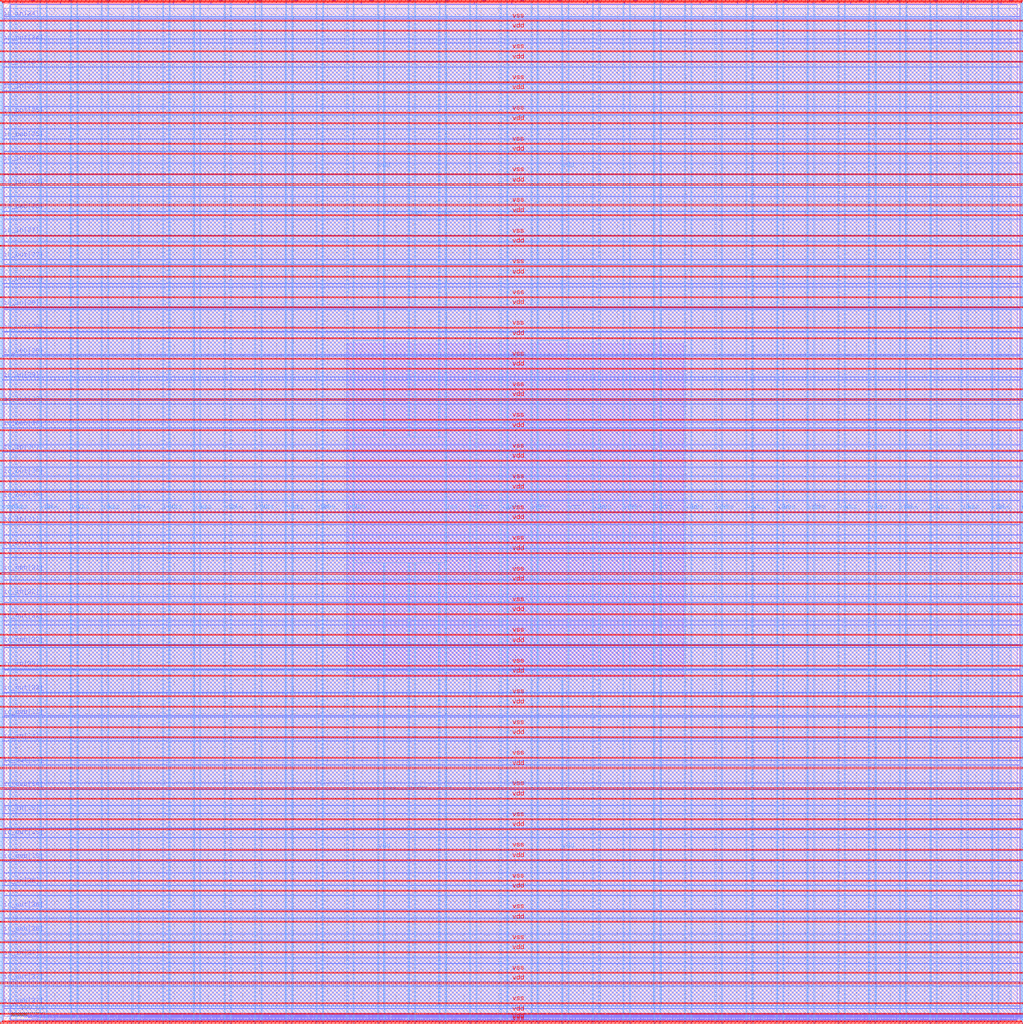
<source format=lef>
VERSION 5.7 ;
  NOWIREEXTENSIONATPIN ON ;
  DIVIDERCHAR "/" ;
  BUSBITCHARS "[]" ;
MACRO user_project_wrapper
  CLASS BLOCK ;
  FOREIGN user_project_wrapper ;
  ORIGIN 0.000 0.000 ;
  SIZE 2980.200 BY 2980.200 ;
  PIN io_in[0]
    DIRECTION INPUT ;
    USE SIGNAL ;
    PORT
      LAYER Metal3 ;
        RECT 2977.800 35.560 2985.000 36.680 ;
    END
  END io_in[0]
  PIN io_in[10]
    DIRECTION INPUT ;
    USE SIGNAL ;
    PORT
      LAYER Metal3 ;
        RECT 2977.800 2017.960 2985.000 2019.080 ;
    END
  END io_in[10]
  PIN io_in[11]
    DIRECTION INPUT ;
    USE SIGNAL ;
    PORT
      LAYER Metal3 ;
        RECT 2977.800 2216.200 2985.000 2217.320 ;
    END
  END io_in[11]
  PIN io_in[12]
    DIRECTION INPUT ;
    USE SIGNAL ;
    PORT
      LAYER Metal3 ;
        RECT 2977.800 2414.440 2985.000 2415.560 ;
    END
  END io_in[12]
  PIN io_in[13]
    DIRECTION INPUT ;
    USE SIGNAL ;
    PORT
      LAYER Metal3 ;
        RECT 2977.800 2612.680 2985.000 2613.800 ;
    END
  END io_in[13]
  PIN io_in[14]
    DIRECTION INPUT ;
    USE SIGNAL ;
    PORT
      LAYER Metal3 ;
        RECT 2977.800 2810.920 2985.000 2812.040 ;
    END
  END io_in[14]
  PIN io_in[15]
    DIRECTION INPUT ;
    USE SIGNAL ;
    PORT
      LAYER Metal2 ;
        RECT 2923.480 2977.800 2924.600 2985.000 ;
    END
  END io_in[15]
  PIN io_in[16]
    DIRECTION INPUT ;
    USE SIGNAL ;
    PORT
      LAYER Metal2 ;
        RECT 2592.520 2977.800 2593.640 2985.000 ;
    END
  END io_in[16]
  PIN io_in[17]
    DIRECTION INPUT ;
    USE SIGNAL ;
    PORT
      LAYER Metal2 ;
        RECT 2261.560 2977.800 2262.680 2985.000 ;
    END
  END io_in[17]
  PIN io_in[18]
    DIRECTION INPUT ;
    USE SIGNAL ;
    PORT
      LAYER Metal2 ;
        RECT 1930.600 2977.800 1931.720 2985.000 ;
    END
  END io_in[18]
  PIN io_in[19]
    DIRECTION INPUT ;
    USE SIGNAL ;
    PORT
      LAYER Metal2 ;
        RECT 1599.640 2977.800 1600.760 2985.000 ;
    END
  END io_in[19]
  PIN io_in[1]
    DIRECTION INPUT ;
    USE SIGNAL ;
    PORT
      LAYER Metal3 ;
        RECT 2977.800 233.800 2985.000 234.920 ;
    END
  END io_in[1]
  PIN io_in[20]
    DIRECTION INPUT ;
    USE SIGNAL ;
    PORT
      LAYER Metal2 ;
        RECT 1268.680 2977.800 1269.800 2985.000 ;
    END
  END io_in[20]
  PIN io_in[21]
    DIRECTION INPUT ;
    USE SIGNAL ;
    PORT
      LAYER Metal2 ;
        RECT 937.720 2977.800 938.840 2985.000 ;
    END
  END io_in[21]
  PIN io_in[22]
    DIRECTION INPUT ;
    USE SIGNAL ;
    PORT
      LAYER Metal2 ;
        RECT 606.760 2977.800 607.880 2985.000 ;
    END
  END io_in[22]
  PIN io_in[23]
    DIRECTION INPUT ;
    USE SIGNAL ;
    PORT
      LAYER Metal2 ;
        RECT 275.800 2977.800 276.920 2985.000 ;
    END
  END io_in[23]
  PIN io_in[24]
    DIRECTION INPUT ;
    USE SIGNAL ;
    PORT
      LAYER Metal3 ;
        RECT -4.800 2935.800 2.400 2936.920 ;
    END
  END io_in[24]
  PIN io_in[25]
    DIRECTION INPUT ;
    USE SIGNAL ;
    PORT
      LAYER Metal3 ;
        RECT -4.800 2724.120 2.400 2725.240 ;
    END
  END io_in[25]
  PIN io_in[26]
    DIRECTION INPUT ;
    USE SIGNAL ;
    PORT
      LAYER Metal3 ;
        RECT -4.800 2512.440 2.400 2513.560 ;
    END
  END io_in[26]
  PIN io_in[27]
    DIRECTION INPUT ;
    USE SIGNAL ;
    PORT
      LAYER Metal3 ;
        RECT -4.800 2300.760 2.400 2301.880 ;
    END
  END io_in[27]
  PIN io_in[28]
    DIRECTION INPUT ;
    USE SIGNAL ;
    PORT
      LAYER Metal3 ;
        RECT -4.800 2089.080 2.400 2090.200 ;
    END
  END io_in[28]
  PIN io_in[29]
    DIRECTION INPUT ;
    USE SIGNAL ;
    PORT
      LAYER Metal3 ;
        RECT -4.800 1877.400 2.400 1878.520 ;
    END
  END io_in[29]
  PIN io_in[2]
    DIRECTION INPUT ;
    USE SIGNAL ;
    PORT
      LAYER Metal3 ;
        RECT 2977.800 432.040 2985.000 433.160 ;
    END
  END io_in[2]
  PIN io_in[30]
    DIRECTION INPUT ;
    USE SIGNAL ;
    PORT
      LAYER Metal3 ;
        RECT -4.800 1665.720 2.400 1666.840 ;
    END
  END io_in[30]
  PIN io_in[31]
    DIRECTION INPUT ;
    USE SIGNAL ;
    PORT
      LAYER Metal3 ;
        RECT -4.800 1454.040 2.400 1455.160 ;
    END
  END io_in[31]
  PIN io_in[32]
    DIRECTION INPUT ;
    USE SIGNAL ;
    PORT
      LAYER Metal3 ;
        RECT -4.800 1242.360 2.400 1243.480 ;
    END
  END io_in[32]
  PIN io_in[33]
    DIRECTION INPUT ;
    USE SIGNAL ;
    PORT
      LAYER Metal3 ;
        RECT -4.800 1030.680 2.400 1031.800 ;
    END
  END io_in[33]
  PIN io_in[34]
    DIRECTION INPUT ;
    USE SIGNAL ;
    PORT
      LAYER Metal3 ;
        RECT -4.800 819.000 2.400 820.120 ;
    END
  END io_in[34]
  PIN io_in[35]
    DIRECTION INPUT ;
    USE SIGNAL ;
    PORT
      LAYER Metal3 ;
        RECT -4.800 607.320 2.400 608.440 ;
    END
  END io_in[35]
  PIN io_in[36]
    DIRECTION INPUT ;
    USE SIGNAL ;
    PORT
      LAYER Metal3 ;
        RECT -4.800 395.640 2.400 396.760 ;
    END
  END io_in[36]
  PIN io_in[37]
    DIRECTION INPUT ;
    USE SIGNAL ;
    PORT
      LAYER Metal3 ;
        RECT -4.800 183.960 2.400 185.080 ;
    END
  END io_in[37]
  PIN io_in[3]
    DIRECTION INPUT ;
    USE SIGNAL ;
    PORT
      LAYER Metal3 ;
        RECT 2977.800 630.280 2985.000 631.400 ;
    END
  END io_in[3]
  PIN io_in[4]
    DIRECTION INPUT ;
    USE SIGNAL ;
    PORT
      LAYER Metal3 ;
        RECT 2977.800 828.520 2985.000 829.640 ;
    END
  END io_in[4]
  PIN io_in[5]
    DIRECTION INPUT ;
    USE SIGNAL ;
    PORT
      LAYER Metal3 ;
        RECT 2977.800 1026.760 2985.000 1027.880 ;
    END
  END io_in[5]
  PIN io_in[6]
    DIRECTION INPUT ;
    USE SIGNAL ;
    PORT
      LAYER Metal3 ;
        RECT 2977.800 1225.000 2985.000 1226.120 ;
    END
  END io_in[6]
  PIN io_in[7]
    DIRECTION INPUT ;
    USE SIGNAL ;
    PORT
      LAYER Metal3 ;
        RECT 2977.800 1423.240 2985.000 1424.360 ;
    END
  END io_in[7]
  PIN io_in[8]
    DIRECTION INPUT ;
    USE SIGNAL ;
    PORT
      LAYER Metal3 ;
        RECT 2977.800 1621.480 2985.000 1622.600 ;
    END
  END io_in[8]
  PIN io_in[9]
    DIRECTION INPUT ;
    USE SIGNAL ;
    PORT
      LAYER Metal3 ;
        RECT 2977.800 1819.720 2985.000 1820.840 ;
    END
  END io_in[9]
  PIN io_oeb[0]
    DIRECTION OUTPUT TRISTATE ;
    USE SIGNAL ;
    PORT
      LAYER Metal3 ;
        RECT 2977.800 167.720 2985.000 168.840 ;
    END
  END io_oeb[0]
  PIN io_oeb[10]
    DIRECTION OUTPUT TRISTATE ;
    USE SIGNAL ;
    PORT
      LAYER Metal3 ;
        RECT 2977.800 2150.120 2985.000 2151.240 ;
    END
  END io_oeb[10]
  PIN io_oeb[11]
    DIRECTION OUTPUT TRISTATE ;
    USE SIGNAL ;
    PORT
      LAYER Metal3 ;
        RECT 2977.800 2348.360 2985.000 2349.480 ;
    END
  END io_oeb[11]
  PIN io_oeb[12]
    DIRECTION OUTPUT TRISTATE ;
    USE SIGNAL ;
    PORT
      LAYER Metal3 ;
        RECT 2977.800 2546.600 2985.000 2547.720 ;
    END
  END io_oeb[12]
  PIN io_oeb[13]
    DIRECTION OUTPUT TRISTATE ;
    USE SIGNAL ;
    PORT
      LAYER Metal3 ;
        RECT 2977.800 2744.840 2985.000 2745.960 ;
    END
  END io_oeb[13]
  PIN io_oeb[14]
    DIRECTION OUTPUT TRISTATE ;
    USE SIGNAL ;
    PORT
      LAYER Metal3 ;
        RECT 2977.800 2943.080 2985.000 2944.200 ;
    END
  END io_oeb[14]
  PIN io_oeb[15]
    DIRECTION OUTPUT TRISTATE ;
    USE SIGNAL ;
    PORT
      LAYER Metal2 ;
        RECT 2702.840 2977.800 2703.960 2985.000 ;
    END
  END io_oeb[15]
  PIN io_oeb[16]
    DIRECTION OUTPUT TRISTATE ;
    USE SIGNAL ;
    PORT
      LAYER Metal2 ;
        RECT 2371.880 2977.800 2373.000 2985.000 ;
    END
  END io_oeb[16]
  PIN io_oeb[17]
    DIRECTION OUTPUT TRISTATE ;
    USE SIGNAL ;
    PORT
      LAYER Metal2 ;
        RECT 2040.920 2977.800 2042.040 2985.000 ;
    END
  END io_oeb[17]
  PIN io_oeb[18]
    DIRECTION OUTPUT TRISTATE ;
    USE SIGNAL ;
    PORT
      LAYER Metal2 ;
        RECT 1709.960 2977.800 1711.080 2985.000 ;
    END
  END io_oeb[18]
  PIN io_oeb[19]
    DIRECTION OUTPUT TRISTATE ;
    USE SIGNAL ;
    PORT
      LAYER Metal2 ;
        RECT 1379.000 2977.800 1380.120 2985.000 ;
    END
  END io_oeb[19]
  PIN io_oeb[1]
    DIRECTION OUTPUT TRISTATE ;
    USE SIGNAL ;
    PORT
      LAYER Metal3 ;
        RECT 2977.800 365.960 2985.000 367.080 ;
    END
  END io_oeb[1]
  PIN io_oeb[20]
    DIRECTION OUTPUT TRISTATE ;
    USE SIGNAL ;
    PORT
      LAYER Metal2 ;
        RECT 1048.040 2977.800 1049.160 2985.000 ;
    END
  END io_oeb[20]
  PIN io_oeb[21]
    DIRECTION OUTPUT TRISTATE ;
    USE SIGNAL ;
    PORT
      LAYER Metal2 ;
        RECT 717.080 2977.800 718.200 2985.000 ;
    END
  END io_oeb[21]
  PIN io_oeb[22]
    DIRECTION OUTPUT TRISTATE ;
    USE SIGNAL ;
    PORT
      LAYER Metal2 ;
        RECT 386.120 2977.800 387.240 2985.000 ;
    END
  END io_oeb[22]
  PIN io_oeb[23]
    DIRECTION OUTPUT TRISTATE ;
    USE SIGNAL ;
    PORT
      LAYER Metal2 ;
        RECT 55.160 2977.800 56.280 2985.000 ;
    END
  END io_oeb[23]
  PIN io_oeb[24]
    DIRECTION OUTPUT TRISTATE ;
    USE SIGNAL ;
    PORT
      LAYER Metal3 ;
        RECT -4.800 2794.680 2.400 2795.800 ;
    END
  END io_oeb[24]
  PIN io_oeb[25]
    DIRECTION OUTPUT TRISTATE ;
    USE SIGNAL ;
    PORT
      LAYER Metal3 ;
        RECT -4.800 2583.000 2.400 2584.120 ;
    END
  END io_oeb[25]
  PIN io_oeb[26]
    DIRECTION OUTPUT TRISTATE ;
    USE SIGNAL ;
    PORT
      LAYER Metal3 ;
        RECT -4.800 2371.320 2.400 2372.440 ;
    END
  END io_oeb[26]
  PIN io_oeb[27]
    DIRECTION OUTPUT TRISTATE ;
    USE SIGNAL ;
    PORT
      LAYER Metal3 ;
        RECT -4.800 2159.640 2.400 2160.760 ;
    END
  END io_oeb[27]
  PIN io_oeb[28]
    DIRECTION OUTPUT TRISTATE ;
    USE SIGNAL ;
    PORT
      LAYER Metal3 ;
        RECT -4.800 1947.960 2.400 1949.080 ;
    END
  END io_oeb[28]
  PIN io_oeb[29]
    DIRECTION OUTPUT TRISTATE ;
    USE SIGNAL ;
    PORT
      LAYER Metal3 ;
        RECT -4.800 1736.280 2.400 1737.400 ;
    END
  END io_oeb[29]
  PIN io_oeb[2]
    DIRECTION OUTPUT TRISTATE ;
    USE SIGNAL ;
    PORT
      LAYER Metal3 ;
        RECT 2977.800 564.200 2985.000 565.320 ;
    END
  END io_oeb[2]
  PIN io_oeb[30]
    DIRECTION OUTPUT TRISTATE ;
    USE SIGNAL ;
    PORT
      LAYER Metal3 ;
        RECT -4.800 1524.600 2.400 1525.720 ;
    END
  END io_oeb[30]
  PIN io_oeb[31]
    DIRECTION OUTPUT TRISTATE ;
    USE SIGNAL ;
    PORT
      LAYER Metal3 ;
        RECT -4.800 1312.920 2.400 1314.040 ;
    END
  END io_oeb[31]
  PIN io_oeb[32]
    DIRECTION OUTPUT TRISTATE ;
    USE SIGNAL ;
    PORT
      LAYER Metal3 ;
        RECT -4.800 1101.240 2.400 1102.360 ;
    END
  END io_oeb[32]
  PIN io_oeb[33]
    DIRECTION OUTPUT TRISTATE ;
    USE SIGNAL ;
    PORT
      LAYER Metal3 ;
        RECT -4.800 889.560 2.400 890.680 ;
    END
  END io_oeb[33]
  PIN io_oeb[34]
    DIRECTION OUTPUT TRISTATE ;
    USE SIGNAL ;
    PORT
      LAYER Metal3 ;
        RECT -4.800 677.880 2.400 679.000 ;
    END
  END io_oeb[34]
  PIN io_oeb[35]
    DIRECTION OUTPUT TRISTATE ;
    USE SIGNAL ;
    PORT
      LAYER Metal3 ;
        RECT -4.800 466.200 2.400 467.320 ;
    END
  END io_oeb[35]
  PIN io_oeb[36]
    DIRECTION OUTPUT TRISTATE ;
    USE SIGNAL ;
    PORT
      LAYER Metal3 ;
        RECT -4.800 254.520 2.400 255.640 ;
    END
  END io_oeb[36]
  PIN io_oeb[37]
    DIRECTION OUTPUT TRISTATE ;
    USE SIGNAL ;
    PORT
      LAYER Metal3 ;
        RECT -4.800 42.840 2.400 43.960 ;
    END
  END io_oeb[37]
  PIN io_oeb[3]
    DIRECTION OUTPUT TRISTATE ;
    USE SIGNAL ;
    PORT
      LAYER Metal3 ;
        RECT 2977.800 762.440 2985.000 763.560 ;
    END
  END io_oeb[3]
  PIN io_oeb[4]
    DIRECTION OUTPUT TRISTATE ;
    USE SIGNAL ;
    PORT
      LAYER Metal3 ;
        RECT 2977.800 960.680 2985.000 961.800 ;
    END
  END io_oeb[4]
  PIN io_oeb[5]
    DIRECTION OUTPUT TRISTATE ;
    USE SIGNAL ;
    PORT
      LAYER Metal3 ;
        RECT 2977.800 1158.920 2985.000 1160.040 ;
    END
  END io_oeb[5]
  PIN io_oeb[6]
    DIRECTION OUTPUT TRISTATE ;
    USE SIGNAL ;
    PORT
      LAYER Metal3 ;
        RECT 2977.800 1357.160 2985.000 1358.280 ;
    END
  END io_oeb[6]
  PIN io_oeb[7]
    DIRECTION OUTPUT TRISTATE ;
    USE SIGNAL ;
    PORT
      LAYER Metal3 ;
        RECT 2977.800 1555.400 2985.000 1556.520 ;
    END
  END io_oeb[7]
  PIN io_oeb[8]
    DIRECTION OUTPUT TRISTATE ;
    USE SIGNAL ;
    PORT
      LAYER Metal3 ;
        RECT 2977.800 1753.640 2985.000 1754.760 ;
    END
  END io_oeb[8]
  PIN io_oeb[9]
    DIRECTION OUTPUT TRISTATE ;
    USE SIGNAL ;
    PORT
      LAYER Metal3 ;
        RECT 2977.800 1951.880 2985.000 1953.000 ;
    END
  END io_oeb[9]
  PIN io_out[0]
    DIRECTION OUTPUT TRISTATE ;
    USE SIGNAL ;
    PORT
      LAYER Metal3 ;
        RECT 2977.800 101.640 2985.000 102.760 ;
    END
  END io_out[0]
  PIN io_out[10]
    DIRECTION OUTPUT TRISTATE ;
    USE SIGNAL ;
    PORT
      LAYER Metal3 ;
        RECT 2977.800 2084.040 2985.000 2085.160 ;
    END
  END io_out[10]
  PIN io_out[11]
    DIRECTION OUTPUT TRISTATE ;
    USE SIGNAL ;
    PORT
      LAYER Metal3 ;
        RECT 2977.800 2282.280 2985.000 2283.400 ;
    END
  END io_out[11]
  PIN io_out[12]
    DIRECTION OUTPUT TRISTATE ;
    USE SIGNAL ;
    PORT
      LAYER Metal3 ;
        RECT 2977.800 2480.520 2985.000 2481.640 ;
    END
  END io_out[12]
  PIN io_out[13]
    DIRECTION OUTPUT TRISTATE ;
    USE SIGNAL ;
    PORT
      LAYER Metal3 ;
        RECT 2977.800 2678.760 2985.000 2679.880 ;
    END
  END io_out[13]
  PIN io_out[14]
    DIRECTION OUTPUT TRISTATE ;
    USE SIGNAL ;
    PORT
      LAYER Metal3 ;
        RECT 2977.800 2877.000 2985.000 2878.120 ;
    END
  END io_out[14]
  PIN io_out[15]
    DIRECTION OUTPUT TRISTATE ;
    USE SIGNAL ;
    PORT
      LAYER Metal2 ;
        RECT 2813.160 2977.800 2814.280 2985.000 ;
    END
  END io_out[15]
  PIN io_out[16]
    DIRECTION OUTPUT TRISTATE ;
    USE SIGNAL ;
    PORT
      LAYER Metal2 ;
        RECT 2482.200 2977.800 2483.320 2985.000 ;
    END
  END io_out[16]
  PIN io_out[17]
    DIRECTION OUTPUT TRISTATE ;
    USE SIGNAL ;
    PORT
      LAYER Metal2 ;
        RECT 2151.240 2977.800 2152.360 2985.000 ;
    END
  END io_out[17]
  PIN io_out[18]
    DIRECTION OUTPUT TRISTATE ;
    USE SIGNAL ;
    PORT
      LAYER Metal2 ;
        RECT 1820.280 2977.800 1821.400 2985.000 ;
    END
  END io_out[18]
  PIN io_out[19]
    DIRECTION OUTPUT TRISTATE ;
    USE SIGNAL ;
    PORT
      LAYER Metal2 ;
        RECT 1489.320 2977.800 1490.440 2985.000 ;
    END
  END io_out[19]
  PIN io_out[1]
    DIRECTION OUTPUT TRISTATE ;
    USE SIGNAL ;
    PORT
      LAYER Metal3 ;
        RECT 2977.800 299.880 2985.000 301.000 ;
    END
  END io_out[1]
  PIN io_out[20]
    DIRECTION OUTPUT TRISTATE ;
    USE SIGNAL ;
    PORT
      LAYER Metal2 ;
        RECT 1158.360 2977.800 1159.480 2985.000 ;
    END
  END io_out[20]
  PIN io_out[21]
    DIRECTION OUTPUT TRISTATE ;
    USE SIGNAL ;
    PORT
      LAYER Metal2 ;
        RECT 827.400 2977.800 828.520 2985.000 ;
    END
  END io_out[21]
  PIN io_out[22]
    DIRECTION OUTPUT TRISTATE ;
    USE SIGNAL ;
    PORT
      LAYER Metal2 ;
        RECT 496.440 2977.800 497.560 2985.000 ;
    END
  END io_out[22]
  PIN io_out[23]
    DIRECTION OUTPUT TRISTATE ;
    USE SIGNAL ;
    PORT
      LAYER Metal2 ;
        RECT 165.480 2977.800 166.600 2985.000 ;
    END
  END io_out[23]
  PIN io_out[24]
    DIRECTION OUTPUT TRISTATE ;
    USE SIGNAL ;
    PORT
      LAYER Metal3 ;
        RECT -4.800 2865.240 2.400 2866.360 ;
    END
  END io_out[24]
  PIN io_out[25]
    DIRECTION OUTPUT TRISTATE ;
    USE SIGNAL ;
    PORT
      LAYER Metal3 ;
        RECT -4.800 2653.560 2.400 2654.680 ;
    END
  END io_out[25]
  PIN io_out[26]
    DIRECTION OUTPUT TRISTATE ;
    USE SIGNAL ;
    PORT
      LAYER Metal3 ;
        RECT -4.800 2441.880 2.400 2443.000 ;
    END
  END io_out[26]
  PIN io_out[27]
    DIRECTION OUTPUT TRISTATE ;
    USE SIGNAL ;
    PORT
      LAYER Metal3 ;
        RECT -4.800 2230.200 2.400 2231.320 ;
    END
  END io_out[27]
  PIN io_out[28]
    DIRECTION OUTPUT TRISTATE ;
    USE SIGNAL ;
    PORT
      LAYER Metal3 ;
        RECT -4.800 2018.520 2.400 2019.640 ;
    END
  END io_out[28]
  PIN io_out[29]
    DIRECTION OUTPUT TRISTATE ;
    USE SIGNAL ;
    PORT
      LAYER Metal3 ;
        RECT -4.800 1806.840 2.400 1807.960 ;
    END
  END io_out[29]
  PIN io_out[2]
    DIRECTION OUTPUT TRISTATE ;
    USE SIGNAL ;
    PORT
      LAYER Metal3 ;
        RECT 2977.800 498.120 2985.000 499.240 ;
    END
  END io_out[2]
  PIN io_out[30]
    DIRECTION OUTPUT TRISTATE ;
    USE SIGNAL ;
    PORT
      LAYER Metal3 ;
        RECT -4.800 1595.160 2.400 1596.280 ;
    END
  END io_out[30]
  PIN io_out[31]
    DIRECTION OUTPUT TRISTATE ;
    USE SIGNAL ;
    PORT
      LAYER Metal3 ;
        RECT -4.800 1383.480 2.400 1384.600 ;
    END
  END io_out[31]
  PIN io_out[32]
    DIRECTION OUTPUT TRISTATE ;
    USE SIGNAL ;
    PORT
      LAYER Metal3 ;
        RECT -4.800 1171.800 2.400 1172.920 ;
    END
  END io_out[32]
  PIN io_out[33]
    DIRECTION OUTPUT TRISTATE ;
    USE SIGNAL ;
    PORT
      LAYER Metal3 ;
        RECT -4.800 960.120 2.400 961.240 ;
    END
  END io_out[33]
  PIN io_out[34]
    DIRECTION OUTPUT TRISTATE ;
    USE SIGNAL ;
    PORT
      LAYER Metal3 ;
        RECT -4.800 748.440 2.400 749.560 ;
    END
  END io_out[34]
  PIN io_out[35]
    DIRECTION OUTPUT TRISTATE ;
    USE SIGNAL ;
    PORT
      LAYER Metal3 ;
        RECT -4.800 536.760 2.400 537.880 ;
    END
  END io_out[35]
  PIN io_out[36]
    DIRECTION OUTPUT TRISTATE ;
    USE SIGNAL ;
    PORT
      LAYER Metal3 ;
        RECT -4.800 325.080 2.400 326.200 ;
    END
  END io_out[36]
  PIN io_out[37]
    DIRECTION OUTPUT TRISTATE ;
    USE SIGNAL ;
    PORT
      LAYER Metal3 ;
        RECT -4.800 113.400 2.400 114.520 ;
    END
  END io_out[37]
  PIN io_out[3]
    DIRECTION OUTPUT TRISTATE ;
    USE SIGNAL ;
    PORT
      LAYER Metal3 ;
        RECT 2977.800 696.360 2985.000 697.480 ;
    END
  END io_out[3]
  PIN io_out[4]
    DIRECTION OUTPUT TRISTATE ;
    USE SIGNAL ;
    PORT
      LAYER Metal3 ;
        RECT 2977.800 894.600 2985.000 895.720 ;
    END
  END io_out[4]
  PIN io_out[5]
    DIRECTION OUTPUT TRISTATE ;
    USE SIGNAL ;
    PORT
      LAYER Metal3 ;
        RECT 2977.800 1092.840 2985.000 1093.960 ;
    END
  END io_out[5]
  PIN io_out[6]
    DIRECTION OUTPUT TRISTATE ;
    USE SIGNAL ;
    PORT
      LAYER Metal3 ;
        RECT 2977.800 1291.080 2985.000 1292.200 ;
    END
  END io_out[6]
  PIN io_out[7]
    DIRECTION OUTPUT TRISTATE ;
    USE SIGNAL ;
    PORT
      LAYER Metal3 ;
        RECT 2977.800 1489.320 2985.000 1490.440 ;
    END
  END io_out[7]
  PIN io_out[8]
    DIRECTION OUTPUT TRISTATE ;
    USE SIGNAL ;
    PORT
      LAYER Metal3 ;
        RECT 2977.800 1687.560 2985.000 1688.680 ;
    END
  END io_out[8]
  PIN io_out[9]
    DIRECTION OUTPUT TRISTATE ;
    USE SIGNAL ;
    PORT
      LAYER Metal3 ;
        RECT 2977.800 1885.800 2985.000 1886.920 ;
    END
  END io_out[9]
  PIN la_data_in[0]
    DIRECTION INPUT ;
    USE SIGNAL ;
    PORT
      LAYER Metal2 ;
        RECT 1065.960 -4.800 1067.080 2.400 ;
    END
  END la_data_in[0]
  PIN la_data_in[10]
    DIRECTION INPUT ;
    USE SIGNAL ;
    PORT
      LAYER Metal2 ;
        RECT 1351.560 -4.800 1352.680 2.400 ;
    END
  END la_data_in[10]
  PIN la_data_in[11]
    DIRECTION INPUT ;
    USE SIGNAL ;
    PORT
      LAYER Metal2 ;
        RECT 1380.120 -4.800 1381.240 2.400 ;
    END
  END la_data_in[11]
  PIN la_data_in[12]
    DIRECTION INPUT ;
    USE SIGNAL ;
    PORT
      LAYER Metal2 ;
        RECT 1408.680 -4.800 1409.800 2.400 ;
    END
  END la_data_in[12]
  PIN la_data_in[13]
    DIRECTION INPUT ;
    USE SIGNAL ;
    PORT
      LAYER Metal2 ;
        RECT 1437.240 -4.800 1438.360 2.400 ;
    END
  END la_data_in[13]
  PIN la_data_in[14]
    DIRECTION INPUT ;
    USE SIGNAL ;
    PORT
      LAYER Metal2 ;
        RECT 1465.800 -4.800 1466.920 2.400 ;
    END
  END la_data_in[14]
  PIN la_data_in[15]
    DIRECTION INPUT ;
    USE SIGNAL ;
    PORT
      LAYER Metal2 ;
        RECT 1494.360 -4.800 1495.480 2.400 ;
    END
  END la_data_in[15]
  PIN la_data_in[16]
    DIRECTION INPUT ;
    USE SIGNAL ;
    PORT
      LAYER Metal2 ;
        RECT 1522.920 -4.800 1524.040 2.400 ;
    END
  END la_data_in[16]
  PIN la_data_in[17]
    DIRECTION INPUT ;
    USE SIGNAL ;
    PORT
      LAYER Metal2 ;
        RECT 1551.480 -4.800 1552.600 2.400 ;
    END
  END la_data_in[17]
  PIN la_data_in[18]
    DIRECTION INPUT ;
    USE SIGNAL ;
    PORT
      LAYER Metal2 ;
        RECT 1580.040 -4.800 1581.160 2.400 ;
    END
  END la_data_in[18]
  PIN la_data_in[19]
    DIRECTION INPUT ;
    USE SIGNAL ;
    PORT
      LAYER Metal2 ;
        RECT 1608.600 -4.800 1609.720 2.400 ;
    END
  END la_data_in[19]
  PIN la_data_in[1]
    DIRECTION INPUT ;
    USE SIGNAL ;
    PORT
      LAYER Metal2 ;
        RECT 1094.520 -4.800 1095.640 2.400 ;
    END
  END la_data_in[1]
  PIN la_data_in[20]
    DIRECTION INPUT ;
    USE SIGNAL ;
    PORT
      LAYER Metal2 ;
        RECT 1637.160 -4.800 1638.280 2.400 ;
    END
  END la_data_in[20]
  PIN la_data_in[21]
    DIRECTION INPUT ;
    USE SIGNAL ;
    PORT
      LAYER Metal2 ;
        RECT 1665.720 -4.800 1666.840 2.400 ;
    END
  END la_data_in[21]
  PIN la_data_in[22]
    DIRECTION INPUT ;
    USE SIGNAL ;
    PORT
      LAYER Metal2 ;
        RECT 1694.280 -4.800 1695.400 2.400 ;
    END
  END la_data_in[22]
  PIN la_data_in[23]
    DIRECTION INPUT ;
    USE SIGNAL ;
    PORT
      LAYER Metal2 ;
        RECT 1722.840 -4.800 1723.960 2.400 ;
    END
  END la_data_in[23]
  PIN la_data_in[24]
    DIRECTION INPUT ;
    USE SIGNAL ;
    PORT
      LAYER Metal2 ;
        RECT 1751.400 -4.800 1752.520 2.400 ;
    END
  END la_data_in[24]
  PIN la_data_in[25]
    DIRECTION INPUT ;
    USE SIGNAL ;
    PORT
      LAYER Metal2 ;
        RECT 1779.960 -4.800 1781.080 2.400 ;
    END
  END la_data_in[25]
  PIN la_data_in[26]
    DIRECTION INPUT ;
    USE SIGNAL ;
    PORT
      LAYER Metal2 ;
        RECT 1808.520 -4.800 1809.640 2.400 ;
    END
  END la_data_in[26]
  PIN la_data_in[27]
    DIRECTION INPUT ;
    USE SIGNAL ;
    PORT
      LAYER Metal2 ;
        RECT 1837.080 -4.800 1838.200 2.400 ;
    END
  END la_data_in[27]
  PIN la_data_in[28]
    DIRECTION INPUT ;
    USE SIGNAL ;
    PORT
      LAYER Metal2 ;
        RECT 1865.640 -4.800 1866.760 2.400 ;
    END
  END la_data_in[28]
  PIN la_data_in[29]
    DIRECTION INPUT ;
    USE SIGNAL ;
    PORT
      LAYER Metal2 ;
        RECT 1894.200 -4.800 1895.320 2.400 ;
    END
  END la_data_in[29]
  PIN la_data_in[2]
    DIRECTION INPUT ;
    USE SIGNAL ;
    PORT
      LAYER Metal2 ;
        RECT 1123.080 -4.800 1124.200 2.400 ;
    END
  END la_data_in[2]
  PIN la_data_in[30]
    DIRECTION INPUT ;
    USE SIGNAL ;
    PORT
      LAYER Metal2 ;
        RECT 1922.760 -4.800 1923.880 2.400 ;
    END
  END la_data_in[30]
  PIN la_data_in[31]
    DIRECTION INPUT ;
    USE SIGNAL ;
    PORT
      LAYER Metal2 ;
        RECT 1951.320 -4.800 1952.440 2.400 ;
    END
  END la_data_in[31]
  PIN la_data_in[32]
    DIRECTION INPUT ;
    USE SIGNAL ;
    PORT
      LAYER Metal2 ;
        RECT 1979.880 -4.800 1981.000 2.400 ;
    END
  END la_data_in[32]
  PIN la_data_in[33]
    DIRECTION INPUT ;
    USE SIGNAL ;
    PORT
      LAYER Metal2 ;
        RECT 2008.440 -4.800 2009.560 2.400 ;
    END
  END la_data_in[33]
  PIN la_data_in[34]
    DIRECTION INPUT ;
    USE SIGNAL ;
    PORT
      LAYER Metal2 ;
        RECT 2037.000 -4.800 2038.120 2.400 ;
    END
  END la_data_in[34]
  PIN la_data_in[35]
    DIRECTION INPUT ;
    USE SIGNAL ;
    PORT
      LAYER Metal2 ;
        RECT 2065.560 -4.800 2066.680 2.400 ;
    END
  END la_data_in[35]
  PIN la_data_in[36]
    DIRECTION INPUT ;
    USE SIGNAL ;
    PORT
      LAYER Metal2 ;
        RECT 2094.120 -4.800 2095.240 2.400 ;
    END
  END la_data_in[36]
  PIN la_data_in[37]
    DIRECTION INPUT ;
    USE SIGNAL ;
    PORT
      LAYER Metal2 ;
        RECT 2122.680 -4.800 2123.800 2.400 ;
    END
  END la_data_in[37]
  PIN la_data_in[38]
    DIRECTION INPUT ;
    USE SIGNAL ;
    PORT
      LAYER Metal2 ;
        RECT 2151.240 -4.800 2152.360 2.400 ;
    END
  END la_data_in[38]
  PIN la_data_in[39]
    DIRECTION INPUT ;
    USE SIGNAL ;
    PORT
      LAYER Metal2 ;
        RECT 2179.800 -4.800 2180.920 2.400 ;
    END
  END la_data_in[39]
  PIN la_data_in[3]
    DIRECTION INPUT ;
    USE SIGNAL ;
    PORT
      LAYER Metal2 ;
        RECT 1151.640 -4.800 1152.760 2.400 ;
    END
  END la_data_in[3]
  PIN la_data_in[40]
    DIRECTION INPUT ;
    USE SIGNAL ;
    PORT
      LAYER Metal2 ;
        RECT 2208.360 -4.800 2209.480 2.400 ;
    END
  END la_data_in[40]
  PIN la_data_in[41]
    DIRECTION INPUT ;
    USE SIGNAL ;
    PORT
      LAYER Metal2 ;
        RECT 2236.920 -4.800 2238.040 2.400 ;
    END
  END la_data_in[41]
  PIN la_data_in[42]
    DIRECTION INPUT ;
    USE SIGNAL ;
    PORT
      LAYER Metal2 ;
        RECT 2265.480 -4.800 2266.600 2.400 ;
    END
  END la_data_in[42]
  PIN la_data_in[43]
    DIRECTION INPUT ;
    USE SIGNAL ;
    PORT
      LAYER Metal2 ;
        RECT 2294.040 -4.800 2295.160 2.400 ;
    END
  END la_data_in[43]
  PIN la_data_in[44]
    DIRECTION INPUT ;
    USE SIGNAL ;
    PORT
      LAYER Metal2 ;
        RECT 2322.600 -4.800 2323.720 2.400 ;
    END
  END la_data_in[44]
  PIN la_data_in[45]
    DIRECTION INPUT ;
    USE SIGNAL ;
    PORT
      LAYER Metal2 ;
        RECT 2351.160 -4.800 2352.280 2.400 ;
    END
  END la_data_in[45]
  PIN la_data_in[46]
    DIRECTION INPUT ;
    USE SIGNAL ;
    PORT
      LAYER Metal2 ;
        RECT 2379.720 -4.800 2380.840 2.400 ;
    END
  END la_data_in[46]
  PIN la_data_in[47]
    DIRECTION INPUT ;
    USE SIGNAL ;
    PORT
      LAYER Metal2 ;
        RECT 2408.280 -4.800 2409.400 2.400 ;
    END
  END la_data_in[47]
  PIN la_data_in[48]
    DIRECTION INPUT ;
    USE SIGNAL ;
    PORT
      LAYER Metal2 ;
        RECT 2436.840 -4.800 2437.960 2.400 ;
    END
  END la_data_in[48]
  PIN la_data_in[49]
    DIRECTION INPUT ;
    USE SIGNAL ;
    PORT
      LAYER Metal2 ;
        RECT 2465.400 -4.800 2466.520 2.400 ;
    END
  END la_data_in[49]
  PIN la_data_in[4]
    DIRECTION INPUT ;
    USE SIGNAL ;
    PORT
      LAYER Metal2 ;
        RECT 1180.200 -4.800 1181.320 2.400 ;
    END
  END la_data_in[4]
  PIN la_data_in[50]
    DIRECTION INPUT ;
    USE SIGNAL ;
    PORT
      LAYER Metal2 ;
        RECT 2493.960 -4.800 2495.080 2.400 ;
    END
  END la_data_in[50]
  PIN la_data_in[51]
    DIRECTION INPUT ;
    USE SIGNAL ;
    PORT
      LAYER Metal2 ;
        RECT 2522.520 -4.800 2523.640 2.400 ;
    END
  END la_data_in[51]
  PIN la_data_in[52]
    DIRECTION INPUT ;
    USE SIGNAL ;
    PORT
      LAYER Metal2 ;
        RECT 2551.080 -4.800 2552.200 2.400 ;
    END
  END la_data_in[52]
  PIN la_data_in[53]
    DIRECTION INPUT ;
    USE SIGNAL ;
    PORT
      LAYER Metal2 ;
        RECT 2579.640 -4.800 2580.760 2.400 ;
    END
  END la_data_in[53]
  PIN la_data_in[54]
    DIRECTION INPUT ;
    USE SIGNAL ;
    PORT
      LAYER Metal2 ;
        RECT 2608.200 -4.800 2609.320 2.400 ;
    END
  END la_data_in[54]
  PIN la_data_in[55]
    DIRECTION INPUT ;
    USE SIGNAL ;
    PORT
      LAYER Metal2 ;
        RECT 2636.760 -4.800 2637.880 2.400 ;
    END
  END la_data_in[55]
  PIN la_data_in[56]
    DIRECTION INPUT ;
    USE SIGNAL ;
    PORT
      LAYER Metal2 ;
        RECT 2665.320 -4.800 2666.440 2.400 ;
    END
  END la_data_in[56]
  PIN la_data_in[57]
    DIRECTION INPUT ;
    USE SIGNAL ;
    PORT
      LAYER Metal2 ;
        RECT 2693.880 -4.800 2695.000 2.400 ;
    END
  END la_data_in[57]
  PIN la_data_in[58]
    DIRECTION INPUT ;
    USE SIGNAL ;
    PORT
      LAYER Metal2 ;
        RECT 2722.440 -4.800 2723.560 2.400 ;
    END
  END la_data_in[58]
  PIN la_data_in[59]
    DIRECTION INPUT ;
    USE SIGNAL ;
    PORT
      LAYER Metal2 ;
        RECT 2751.000 -4.800 2752.120 2.400 ;
    END
  END la_data_in[59]
  PIN la_data_in[5]
    DIRECTION INPUT ;
    USE SIGNAL ;
    PORT
      LAYER Metal2 ;
        RECT 1208.760 -4.800 1209.880 2.400 ;
    END
  END la_data_in[5]
  PIN la_data_in[60]
    DIRECTION INPUT ;
    USE SIGNAL ;
    PORT
      LAYER Metal2 ;
        RECT 2779.560 -4.800 2780.680 2.400 ;
    END
  END la_data_in[60]
  PIN la_data_in[61]
    DIRECTION INPUT ;
    USE SIGNAL ;
    PORT
      LAYER Metal2 ;
        RECT 2808.120 -4.800 2809.240 2.400 ;
    END
  END la_data_in[61]
  PIN la_data_in[62]
    DIRECTION INPUT ;
    USE SIGNAL ;
    PORT
      LAYER Metal2 ;
        RECT 2836.680 -4.800 2837.800 2.400 ;
    END
  END la_data_in[62]
  PIN la_data_in[63]
    DIRECTION INPUT ;
    USE SIGNAL ;
    PORT
      LAYER Metal2 ;
        RECT 2865.240 -4.800 2866.360 2.400 ;
    END
  END la_data_in[63]
  PIN la_data_in[6]
    DIRECTION INPUT ;
    USE SIGNAL ;
    PORT
      LAYER Metal2 ;
        RECT 1237.320 -4.800 1238.440 2.400 ;
    END
  END la_data_in[6]
  PIN la_data_in[7]
    DIRECTION INPUT ;
    USE SIGNAL ;
    PORT
      LAYER Metal2 ;
        RECT 1265.880 -4.800 1267.000 2.400 ;
    END
  END la_data_in[7]
  PIN la_data_in[8]
    DIRECTION INPUT ;
    USE SIGNAL ;
    PORT
      LAYER Metal2 ;
        RECT 1294.440 -4.800 1295.560 2.400 ;
    END
  END la_data_in[8]
  PIN la_data_in[9]
    DIRECTION INPUT ;
    USE SIGNAL ;
    PORT
      LAYER Metal2 ;
        RECT 1323.000 -4.800 1324.120 2.400 ;
    END
  END la_data_in[9]
  PIN la_data_out[0]
    DIRECTION OUTPUT TRISTATE ;
    USE SIGNAL ;
    PORT
      LAYER Metal2 ;
        RECT 1075.480 -4.800 1076.600 2.400 ;
    END
  END la_data_out[0]
  PIN la_data_out[10]
    DIRECTION OUTPUT TRISTATE ;
    USE SIGNAL ;
    PORT
      LAYER Metal2 ;
        RECT 1361.080 -4.800 1362.200 2.400 ;
    END
  END la_data_out[10]
  PIN la_data_out[11]
    DIRECTION OUTPUT TRISTATE ;
    USE SIGNAL ;
    PORT
      LAYER Metal2 ;
        RECT 1389.640 -4.800 1390.760 2.400 ;
    END
  END la_data_out[11]
  PIN la_data_out[12]
    DIRECTION OUTPUT TRISTATE ;
    USE SIGNAL ;
    PORT
      LAYER Metal2 ;
        RECT 1418.200 -4.800 1419.320 2.400 ;
    END
  END la_data_out[12]
  PIN la_data_out[13]
    DIRECTION OUTPUT TRISTATE ;
    USE SIGNAL ;
    PORT
      LAYER Metal2 ;
        RECT 1446.760 -4.800 1447.880 2.400 ;
    END
  END la_data_out[13]
  PIN la_data_out[14]
    DIRECTION OUTPUT TRISTATE ;
    USE SIGNAL ;
    PORT
      LAYER Metal2 ;
        RECT 1475.320 -4.800 1476.440 2.400 ;
    END
  END la_data_out[14]
  PIN la_data_out[15]
    DIRECTION OUTPUT TRISTATE ;
    USE SIGNAL ;
    PORT
      LAYER Metal2 ;
        RECT 1503.880 -4.800 1505.000 2.400 ;
    END
  END la_data_out[15]
  PIN la_data_out[16]
    DIRECTION OUTPUT TRISTATE ;
    USE SIGNAL ;
    PORT
      LAYER Metal2 ;
        RECT 1532.440 -4.800 1533.560 2.400 ;
    END
  END la_data_out[16]
  PIN la_data_out[17]
    DIRECTION OUTPUT TRISTATE ;
    USE SIGNAL ;
    PORT
      LAYER Metal2 ;
        RECT 1561.000 -4.800 1562.120 2.400 ;
    END
  END la_data_out[17]
  PIN la_data_out[18]
    DIRECTION OUTPUT TRISTATE ;
    USE SIGNAL ;
    PORT
      LAYER Metal2 ;
        RECT 1589.560 -4.800 1590.680 2.400 ;
    END
  END la_data_out[18]
  PIN la_data_out[19]
    DIRECTION OUTPUT TRISTATE ;
    USE SIGNAL ;
    PORT
      LAYER Metal2 ;
        RECT 1618.120 -4.800 1619.240 2.400 ;
    END
  END la_data_out[19]
  PIN la_data_out[1]
    DIRECTION OUTPUT TRISTATE ;
    USE SIGNAL ;
    PORT
      LAYER Metal2 ;
        RECT 1104.040 -4.800 1105.160 2.400 ;
    END
  END la_data_out[1]
  PIN la_data_out[20]
    DIRECTION OUTPUT TRISTATE ;
    USE SIGNAL ;
    PORT
      LAYER Metal2 ;
        RECT 1646.680 -4.800 1647.800 2.400 ;
    END
  END la_data_out[20]
  PIN la_data_out[21]
    DIRECTION OUTPUT TRISTATE ;
    USE SIGNAL ;
    PORT
      LAYER Metal2 ;
        RECT 1675.240 -4.800 1676.360 2.400 ;
    END
  END la_data_out[21]
  PIN la_data_out[22]
    DIRECTION OUTPUT TRISTATE ;
    USE SIGNAL ;
    PORT
      LAYER Metal2 ;
        RECT 1703.800 -4.800 1704.920 2.400 ;
    END
  END la_data_out[22]
  PIN la_data_out[23]
    DIRECTION OUTPUT TRISTATE ;
    USE SIGNAL ;
    PORT
      LAYER Metal2 ;
        RECT 1732.360 -4.800 1733.480 2.400 ;
    END
  END la_data_out[23]
  PIN la_data_out[24]
    DIRECTION OUTPUT TRISTATE ;
    USE SIGNAL ;
    PORT
      LAYER Metal2 ;
        RECT 1760.920 -4.800 1762.040 2.400 ;
    END
  END la_data_out[24]
  PIN la_data_out[25]
    DIRECTION OUTPUT TRISTATE ;
    USE SIGNAL ;
    PORT
      LAYER Metal2 ;
        RECT 1789.480 -4.800 1790.600 2.400 ;
    END
  END la_data_out[25]
  PIN la_data_out[26]
    DIRECTION OUTPUT TRISTATE ;
    USE SIGNAL ;
    PORT
      LAYER Metal2 ;
        RECT 1818.040 -4.800 1819.160 2.400 ;
    END
  END la_data_out[26]
  PIN la_data_out[27]
    DIRECTION OUTPUT TRISTATE ;
    USE SIGNAL ;
    PORT
      LAYER Metal2 ;
        RECT 1846.600 -4.800 1847.720 2.400 ;
    END
  END la_data_out[27]
  PIN la_data_out[28]
    DIRECTION OUTPUT TRISTATE ;
    USE SIGNAL ;
    PORT
      LAYER Metal2 ;
        RECT 1875.160 -4.800 1876.280 2.400 ;
    END
  END la_data_out[28]
  PIN la_data_out[29]
    DIRECTION OUTPUT TRISTATE ;
    USE SIGNAL ;
    PORT
      LAYER Metal2 ;
        RECT 1903.720 -4.800 1904.840 2.400 ;
    END
  END la_data_out[29]
  PIN la_data_out[2]
    DIRECTION OUTPUT TRISTATE ;
    USE SIGNAL ;
    PORT
      LAYER Metal2 ;
        RECT 1132.600 -4.800 1133.720 2.400 ;
    END
  END la_data_out[2]
  PIN la_data_out[30]
    DIRECTION OUTPUT TRISTATE ;
    USE SIGNAL ;
    PORT
      LAYER Metal2 ;
        RECT 1932.280 -4.800 1933.400 2.400 ;
    END
  END la_data_out[30]
  PIN la_data_out[31]
    DIRECTION OUTPUT TRISTATE ;
    USE SIGNAL ;
    PORT
      LAYER Metal2 ;
        RECT 1960.840 -4.800 1961.960 2.400 ;
    END
  END la_data_out[31]
  PIN la_data_out[32]
    DIRECTION OUTPUT TRISTATE ;
    USE SIGNAL ;
    PORT
      LAYER Metal2 ;
        RECT 1989.400 -4.800 1990.520 2.400 ;
    END
  END la_data_out[32]
  PIN la_data_out[33]
    DIRECTION OUTPUT TRISTATE ;
    USE SIGNAL ;
    PORT
      LAYER Metal2 ;
        RECT 2017.960 -4.800 2019.080 2.400 ;
    END
  END la_data_out[33]
  PIN la_data_out[34]
    DIRECTION OUTPUT TRISTATE ;
    USE SIGNAL ;
    PORT
      LAYER Metal2 ;
        RECT 2046.520 -4.800 2047.640 2.400 ;
    END
  END la_data_out[34]
  PIN la_data_out[35]
    DIRECTION OUTPUT TRISTATE ;
    USE SIGNAL ;
    PORT
      LAYER Metal2 ;
        RECT 2075.080 -4.800 2076.200 2.400 ;
    END
  END la_data_out[35]
  PIN la_data_out[36]
    DIRECTION OUTPUT TRISTATE ;
    USE SIGNAL ;
    PORT
      LAYER Metal2 ;
        RECT 2103.640 -4.800 2104.760 2.400 ;
    END
  END la_data_out[36]
  PIN la_data_out[37]
    DIRECTION OUTPUT TRISTATE ;
    USE SIGNAL ;
    PORT
      LAYER Metal2 ;
        RECT 2132.200 -4.800 2133.320 2.400 ;
    END
  END la_data_out[37]
  PIN la_data_out[38]
    DIRECTION OUTPUT TRISTATE ;
    USE SIGNAL ;
    PORT
      LAYER Metal2 ;
        RECT 2160.760 -4.800 2161.880 2.400 ;
    END
  END la_data_out[38]
  PIN la_data_out[39]
    DIRECTION OUTPUT TRISTATE ;
    USE SIGNAL ;
    PORT
      LAYER Metal2 ;
        RECT 2189.320 -4.800 2190.440 2.400 ;
    END
  END la_data_out[39]
  PIN la_data_out[3]
    DIRECTION OUTPUT TRISTATE ;
    USE SIGNAL ;
    PORT
      LAYER Metal2 ;
        RECT 1161.160 -4.800 1162.280 2.400 ;
    END
  END la_data_out[3]
  PIN la_data_out[40]
    DIRECTION OUTPUT TRISTATE ;
    USE SIGNAL ;
    PORT
      LAYER Metal2 ;
        RECT 2217.880 -4.800 2219.000 2.400 ;
    END
  END la_data_out[40]
  PIN la_data_out[41]
    DIRECTION OUTPUT TRISTATE ;
    USE SIGNAL ;
    PORT
      LAYER Metal2 ;
        RECT 2246.440 -4.800 2247.560 2.400 ;
    END
  END la_data_out[41]
  PIN la_data_out[42]
    DIRECTION OUTPUT TRISTATE ;
    USE SIGNAL ;
    PORT
      LAYER Metal2 ;
        RECT 2275.000 -4.800 2276.120 2.400 ;
    END
  END la_data_out[42]
  PIN la_data_out[43]
    DIRECTION OUTPUT TRISTATE ;
    USE SIGNAL ;
    PORT
      LAYER Metal2 ;
        RECT 2303.560 -4.800 2304.680 2.400 ;
    END
  END la_data_out[43]
  PIN la_data_out[44]
    DIRECTION OUTPUT TRISTATE ;
    USE SIGNAL ;
    PORT
      LAYER Metal2 ;
        RECT 2332.120 -4.800 2333.240 2.400 ;
    END
  END la_data_out[44]
  PIN la_data_out[45]
    DIRECTION OUTPUT TRISTATE ;
    USE SIGNAL ;
    PORT
      LAYER Metal2 ;
        RECT 2360.680 -4.800 2361.800 2.400 ;
    END
  END la_data_out[45]
  PIN la_data_out[46]
    DIRECTION OUTPUT TRISTATE ;
    USE SIGNAL ;
    PORT
      LAYER Metal2 ;
        RECT 2389.240 -4.800 2390.360 2.400 ;
    END
  END la_data_out[46]
  PIN la_data_out[47]
    DIRECTION OUTPUT TRISTATE ;
    USE SIGNAL ;
    PORT
      LAYER Metal2 ;
        RECT 2417.800 -4.800 2418.920 2.400 ;
    END
  END la_data_out[47]
  PIN la_data_out[48]
    DIRECTION OUTPUT TRISTATE ;
    USE SIGNAL ;
    PORT
      LAYER Metal2 ;
        RECT 2446.360 -4.800 2447.480 2.400 ;
    END
  END la_data_out[48]
  PIN la_data_out[49]
    DIRECTION OUTPUT TRISTATE ;
    USE SIGNAL ;
    PORT
      LAYER Metal2 ;
        RECT 2474.920 -4.800 2476.040 2.400 ;
    END
  END la_data_out[49]
  PIN la_data_out[4]
    DIRECTION OUTPUT TRISTATE ;
    USE SIGNAL ;
    PORT
      LAYER Metal2 ;
        RECT 1189.720 -4.800 1190.840 2.400 ;
    END
  END la_data_out[4]
  PIN la_data_out[50]
    DIRECTION OUTPUT TRISTATE ;
    USE SIGNAL ;
    PORT
      LAYER Metal2 ;
        RECT 2503.480 -4.800 2504.600 2.400 ;
    END
  END la_data_out[50]
  PIN la_data_out[51]
    DIRECTION OUTPUT TRISTATE ;
    USE SIGNAL ;
    PORT
      LAYER Metal2 ;
        RECT 2532.040 -4.800 2533.160 2.400 ;
    END
  END la_data_out[51]
  PIN la_data_out[52]
    DIRECTION OUTPUT TRISTATE ;
    USE SIGNAL ;
    PORT
      LAYER Metal2 ;
        RECT 2560.600 -4.800 2561.720 2.400 ;
    END
  END la_data_out[52]
  PIN la_data_out[53]
    DIRECTION OUTPUT TRISTATE ;
    USE SIGNAL ;
    PORT
      LAYER Metal2 ;
        RECT 2589.160 -4.800 2590.280 2.400 ;
    END
  END la_data_out[53]
  PIN la_data_out[54]
    DIRECTION OUTPUT TRISTATE ;
    USE SIGNAL ;
    PORT
      LAYER Metal2 ;
        RECT 2617.720 -4.800 2618.840 2.400 ;
    END
  END la_data_out[54]
  PIN la_data_out[55]
    DIRECTION OUTPUT TRISTATE ;
    USE SIGNAL ;
    PORT
      LAYER Metal2 ;
        RECT 2646.280 -4.800 2647.400 2.400 ;
    END
  END la_data_out[55]
  PIN la_data_out[56]
    DIRECTION OUTPUT TRISTATE ;
    USE SIGNAL ;
    PORT
      LAYER Metal2 ;
        RECT 2674.840 -4.800 2675.960 2.400 ;
    END
  END la_data_out[56]
  PIN la_data_out[57]
    DIRECTION OUTPUT TRISTATE ;
    USE SIGNAL ;
    PORT
      LAYER Metal2 ;
        RECT 2703.400 -4.800 2704.520 2.400 ;
    END
  END la_data_out[57]
  PIN la_data_out[58]
    DIRECTION OUTPUT TRISTATE ;
    USE SIGNAL ;
    PORT
      LAYER Metal2 ;
        RECT 2731.960 -4.800 2733.080 2.400 ;
    END
  END la_data_out[58]
  PIN la_data_out[59]
    DIRECTION OUTPUT TRISTATE ;
    USE SIGNAL ;
    PORT
      LAYER Metal2 ;
        RECT 2760.520 -4.800 2761.640 2.400 ;
    END
  END la_data_out[59]
  PIN la_data_out[5]
    DIRECTION OUTPUT TRISTATE ;
    USE SIGNAL ;
    PORT
      LAYER Metal2 ;
        RECT 1218.280 -4.800 1219.400 2.400 ;
    END
  END la_data_out[5]
  PIN la_data_out[60]
    DIRECTION OUTPUT TRISTATE ;
    USE SIGNAL ;
    PORT
      LAYER Metal2 ;
        RECT 2789.080 -4.800 2790.200 2.400 ;
    END
  END la_data_out[60]
  PIN la_data_out[61]
    DIRECTION OUTPUT TRISTATE ;
    USE SIGNAL ;
    PORT
      LAYER Metal2 ;
        RECT 2817.640 -4.800 2818.760 2.400 ;
    END
  END la_data_out[61]
  PIN la_data_out[62]
    DIRECTION OUTPUT TRISTATE ;
    USE SIGNAL ;
    PORT
      LAYER Metal2 ;
        RECT 2846.200 -4.800 2847.320 2.400 ;
    END
  END la_data_out[62]
  PIN la_data_out[63]
    DIRECTION OUTPUT TRISTATE ;
    USE SIGNAL ;
    PORT
      LAYER Metal2 ;
        RECT 2874.760 -4.800 2875.880 2.400 ;
    END
  END la_data_out[63]
  PIN la_data_out[6]
    DIRECTION OUTPUT TRISTATE ;
    USE SIGNAL ;
    PORT
      LAYER Metal2 ;
        RECT 1246.840 -4.800 1247.960 2.400 ;
    END
  END la_data_out[6]
  PIN la_data_out[7]
    DIRECTION OUTPUT TRISTATE ;
    USE SIGNAL ;
    PORT
      LAYER Metal2 ;
        RECT 1275.400 -4.800 1276.520 2.400 ;
    END
  END la_data_out[7]
  PIN la_data_out[8]
    DIRECTION OUTPUT TRISTATE ;
    USE SIGNAL ;
    PORT
      LAYER Metal2 ;
        RECT 1303.960 -4.800 1305.080 2.400 ;
    END
  END la_data_out[8]
  PIN la_data_out[9]
    DIRECTION OUTPUT TRISTATE ;
    USE SIGNAL ;
    PORT
      LAYER Metal2 ;
        RECT 1332.520 -4.800 1333.640 2.400 ;
    END
  END la_data_out[9]
  PIN la_oenb[0]
    DIRECTION INPUT ;
    USE SIGNAL ;
    PORT
      LAYER Metal2 ;
        RECT 1085.000 -4.800 1086.120 2.400 ;
    END
  END la_oenb[0]
  PIN la_oenb[10]
    DIRECTION INPUT ;
    USE SIGNAL ;
    PORT
      LAYER Metal2 ;
        RECT 1370.600 -4.800 1371.720 2.400 ;
    END
  END la_oenb[10]
  PIN la_oenb[11]
    DIRECTION INPUT ;
    USE SIGNAL ;
    PORT
      LAYER Metal2 ;
        RECT 1399.160 -4.800 1400.280 2.400 ;
    END
  END la_oenb[11]
  PIN la_oenb[12]
    DIRECTION INPUT ;
    USE SIGNAL ;
    PORT
      LAYER Metal2 ;
        RECT 1427.720 -4.800 1428.840 2.400 ;
    END
  END la_oenb[12]
  PIN la_oenb[13]
    DIRECTION INPUT ;
    USE SIGNAL ;
    PORT
      LAYER Metal2 ;
        RECT 1456.280 -4.800 1457.400 2.400 ;
    END
  END la_oenb[13]
  PIN la_oenb[14]
    DIRECTION INPUT ;
    USE SIGNAL ;
    PORT
      LAYER Metal2 ;
        RECT 1484.840 -4.800 1485.960 2.400 ;
    END
  END la_oenb[14]
  PIN la_oenb[15]
    DIRECTION INPUT ;
    USE SIGNAL ;
    PORT
      LAYER Metal2 ;
        RECT 1513.400 -4.800 1514.520 2.400 ;
    END
  END la_oenb[15]
  PIN la_oenb[16]
    DIRECTION INPUT ;
    USE SIGNAL ;
    PORT
      LAYER Metal2 ;
        RECT 1541.960 -4.800 1543.080 2.400 ;
    END
  END la_oenb[16]
  PIN la_oenb[17]
    DIRECTION INPUT ;
    USE SIGNAL ;
    PORT
      LAYER Metal2 ;
        RECT 1570.520 -4.800 1571.640 2.400 ;
    END
  END la_oenb[17]
  PIN la_oenb[18]
    DIRECTION INPUT ;
    USE SIGNAL ;
    PORT
      LAYER Metal2 ;
        RECT 1599.080 -4.800 1600.200 2.400 ;
    END
  END la_oenb[18]
  PIN la_oenb[19]
    DIRECTION INPUT ;
    USE SIGNAL ;
    PORT
      LAYER Metal2 ;
        RECT 1627.640 -4.800 1628.760 2.400 ;
    END
  END la_oenb[19]
  PIN la_oenb[1]
    DIRECTION INPUT ;
    USE SIGNAL ;
    PORT
      LAYER Metal2 ;
        RECT 1113.560 -4.800 1114.680 2.400 ;
    END
  END la_oenb[1]
  PIN la_oenb[20]
    DIRECTION INPUT ;
    USE SIGNAL ;
    PORT
      LAYER Metal2 ;
        RECT 1656.200 -4.800 1657.320 2.400 ;
    END
  END la_oenb[20]
  PIN la_oenb[21]
    DIRECTION INPUT ;
    USE SIGNAL ;
    PORT
      LAYER Metal2 ;
        RECT 1684.760 -4.800 1685.880 2.400 ;
    END
  END la_oenb[21]
  PIN la_oenb[22]
    DIRECTION INPUT ;
    USE SIGNAL ;
    PORT
      LAYER Metal2 ;
        RECT 1713.320 -4.800 1714.440 2.400 ;
    END
  END la_oenb[22]
  PIN la_oenb[23]
    DIRECTION INPUT ;
    USE SIGNAL ;
    PORT
      LAYER Metal2 ;
        RECT 1741.880 -4.800 1743.000 2.400 ;
    END
  END la_oenb[23]
  PIN la_oenb[24]
    DIRECTION INPUT ;
    USE SIGNAL ;
    PORT
      LAYER Metal2 ;
        RECT 1770.440 -4.800 1771.560 2.400 ;
    END
  END la_oenb[24]
  PIN la_oenb[25]
    DIRECTION INPUT ;
    USE SIGNAL ;
    PORT
      LAYER Metal2 ;
        RECT 1799.000 -4.800 1800.120 2.400 ;
    END
  END la_oenb[25]
  PIN la_oenb[26]
    DIRECTION INPUT ;
    USE SIGNAL ;
    PORT
      LAYER Metal2 ;
        RECT 1827.560 -4.800 1828.680 2.400 ;
    END
  END la_oenb[26]
  PIN la_oenb[27]
    DIRECTION INPUT ;
    USE SIGNAL ;
    PORT
      LAYER Metal2 ;
        RECT 1856.120 -4.800 1857.240 2.400 ;
    END
  END la_oenb[27]
  PIN la_oenb[28]
    DIRECTION INPUT ;
    USE SIGNAL ;
    PORT
      LAYER Metal2 ;
        RECT 1884.680 -4.800 1885.800 2.400 ;
    END
  END la_oenb[28]
  PIN la_oenb[29]
    DIRECTION INPUT ;
    USE SIGNAL ;
    PORT
      LAYER Metal2 ;
        RECT 1913.240 -4.800 1914.360 2.400 ;
    END
  END la_oenb[29]
  PIN la_oenb[2]
    DIRECTION INPUT ;
    USE SIGNAL ;
    PORT
      LAYER Metal2 ;
        RECT 1142.120 -4.800 1143.240 2.400 ;
    END
  END la_oenb[2]
  PIN la_oenb[30]
    DIRECTION INPUT ;
    USE SIGNAL ;
    PORT
      LAYER Metal2 ;
        RECT 1941.800 -4.800 1942.920 2.400 ;
    END
  END la_oenb[30]
  PIN la_oenb[31]
    DIRECTION INPUT ;
    USE SIGNAL ;
    PORT
      LAYER Metal2 ;
        RECT 1970.360 -4.800 1971.480 2.400 ;
    END
  END la_oenb[31]
  PIN la_oenb[32]
    DIRECTION INPUT ;
    USE SIGNAL ;
    PORT
      LAYER Metal2 ;
        RECT 1998.920 -4.800 2000.040 2.400 ;
    END
  END la_oenb[32]
  PIN la_oenb[33]
    DIRECTION INPUT ;
    USE SIGNAL ;
    PORT
      LAYER Metal2 ;
        RECT 2027.480 -4.800 2028.600 2.400 ;
    END
  END la_oenb[33]
  PIN la_oenb[34]
    DIRECTION INPUT ;
    USE SIGNAL ;
    PORT
      LAYER Metal2 ;
        RECT 2056.040 -4.800 2057.160 2.400 ;
    END
  END la_oenb[34]
  PIN la_oenb[35]
    DIRECTION INPUT ;
    USE SIGNAL ;
    PORT
      LAYER Metal2 ;
        RECT 2084.600 -4.800 2085.720 2.400 ;
    END
  END la_oenb[35]
  PIN la_oenb[36]
    DIRECTION INPUT ;
    USE SIGNAL ;
    PORT
      LAYER Metal2 ;
        RECT 2113.160 -4.800 2114.280 2.400 ;
    END
  END la_oenb[36]
  PIN la_oenb[37]
    DIRECTION INPUT ;
    USE SIGNAL ;
    PORT
      LAYER Metal2 ;
        RECT 2141.720 -4.800 2142.840 2.400 ;
    END
  END la_oenb[37]
  PIN la_oenb[38]
    DIRECTION INPUT ;
    USE SIGNAL ;
    PORT
      LAYER Metal2 ;
        RECT 2170.280 -4.800 2171.400 2.400 ;
    END
  END la_oenb[38]
  PIN la_oenb[39]
    DIRECTION INPUT ;
    USE SIGNAL ;
    PORT
      LAYER Metal2 ;
        RECT 2198.840 -4.800 2199.960 2.400 ;
    END
  END la_oenb[39]
  PIN la_oenb[3]
    DIRECTION INPUT ;
    USE SIGNAL ;
    PORT
      LAYER Metal2 ;
        RECT 1170.680 -4.800 1171.800 2.400 ;
    END
  END la_oenb[3]
  PIN la_oenb[40]
    DIRECTION INPUT ;
    USE SIGNAL ;
    PORT
      LAYER Metal2 ;
        RECT 2227.400 -4.800 2228.520 2.400 ;
    END
  END la_oenb[40]
  PIN la_oenb[41]
    DIRECTION INPUT ;
    USE SIGNAL ;
    PORT
      LAYER Metal2 ;
        RECT 2255.960 -4.800 2257.080 2.400 ;
    END
  END la_oenb[41]
  PIN la_oenb[42]
    DIRECTION INPUT ;
    USE SIGNAL ;
    PORT
      LAYER Metal2 ;
        RECT 2284.520 -4.800 2285.640 2.400 ;
    END
  END la_oenb[42]
  PIN la_oenb[43]
    DIRECTION INPUT ;
    USE SIGNAL ;
    PORT
      LAYER Metal2 ;
        RECT 2313.080 -4.800 2314.200 2.400 ;
    END
  END la_oenb[43]
  PIN la_oenb[44]
    DIRECTION INPUT ;
    USE SIGNAL ;
    PORT
      LAYER Metal2 ;
        RECT 2341.640 -4.800 2342.760 2.400 ;
    END
  END la_oenb[44]
  PIN la_oenb[45]
    DIRECTION INPUT ;
    USE SIGNAL ;
    PORT
      LAYER Metal2 ;
        RECT 2370.200 -4.800 2371.320 2.400 ;
    END
  END la_oenb[45]
  PIN la_oenb[46]
    DIRECTION INPUT ;
    USE SIGNAL ;
    PORT
      LAYER Metal2 ;
        RECT 2398.760 -4.800 2399.880 2.400 ;
    END
  END la_oenb[46]
  PIN la_oenb[47]
    DIRECTION INPUT ;
    USE SIGNAL ;
    PORT
      LAYER Metal2 ;
        RECT 2427.320 -4.800 2428.440 2.400 ;
    END
  END la_oenb[47]
  PIN la_oenb[48]
    DIRECTION INPUT ;
    USE SIGNAL ;
    PORT
      LAYER Metal2 ;
        RECT 2455.880 -4.800 2457.000 2.400 ;
    END
  END la_oenb[48]
  PIN la_oenb[49]
    DIRECTION INPUT ;
    USE SIGNAL ;
    PORT
      LAYER Metal2 ;
        RECT 2484.440 -4.800 2485.560 2.400 ;
    END
  END la_oenb[49]
  PIN la_oenb[4]
    DIRECTION INPUT ;
    USE SIGNAL ;
    PORT
      LAYER Metal2 ;
        RECT 1199.240 -4.800 1200.360 2.400 ;
    END
  END la_oenb[4]
  PIN la_oenb[50]
    DIRECTION INPUT ;
    USE SIGNAL ;
    PORT
      LAYER Metal2 ;
        RECT 2513.000 -4.800 2514.120 2.400 ;
    END
  END la_oenb[50]
  PIN la_oenb[51]
    DIRECTION INPUT ;
    USE SIGNAL ;
    PORT
      LAYER Metal2 ;
        RECT 2541.560 -4.800 2542.680 2.400 ;
    END
  END la_oenb[51]
  PIN la_oenb[52]
    DIRECTION INPUT ;
    USE SIGNAL ;
    PORT
      LAYER Metal2 ;
        RECT 2570.120 -4.800 2571.240 2.400 ;
    END
  END la_oenb[52]
  PIN la_oenb[53]
    DIRECTION INPUT ;
    USE SIGNAL ;
    PORT
      LAYER Metal2 ;
        RECT 2598.680 -4.800 2599.800 2.400 ;
    END
  END la_oenb[53]
  PIN la_oenb[54]
    DIRECTION INPUT ;
    USE SIGNAL ;
    PORT
      LAYER Metal2 ;
        RECT 2627.240 -4.800 2628.360 2.400 ;
    END
  END la_oenb[54]
  PIN la_oenb[55]
    DIRECTION INPUT ;
    USE SIGNAL ;
    PORT
      LAYER Metal2 ;
        RECT 2655.800 -4.800 2656.920 2.400 ;
    END
  END la_oenb[55]
  PIN la_oenb[56]
    DIRECTION INPUT ;
    USE SIGNAL ;
    PORT
      LAYER Metal2 ;
        RECT 2684.360 -4.800 2685.480 2.400 ;
    END
  END la_oenb[56]
  PIN la_oenb[57]
    DIRECTION INPUT ;
    USE SIGNAL ;
    PORT
      LAYER Metal2 ;
        RECT 2712.920 -4.800 2714.040 2.400 ;
    END
  END la_oenb[57]
  PIN la_oenb[58]
    DIRECTION INPUT ;
    USE SIGNAL ;
    PORT
      LAYER Metal2 ;
        RECT 2741.480 -4.800 2742.600 2.400 ;
    END
  END la_oenb[58]
  PIN la_oenb[59]
    DIRECTION INPUT ;
    USE SIGNAL ;
    PORT
      LAYER Metal2 ;
        RECT 2770.040 -4.800 2771.160 2.400 ;
    END
  END la_oenb[59]
  PIN la_oenb[5]
    DIRECTION INPUT ;
    USE SIGNAL ;
    PORT
      LAYER Metal2 ;
        RECT 1227.800 -4.800 1228.920 2.400 ;
    END
  END la_oenb[5]
  PIN la_oenb[60]
    DIRECTION INPUT ;
    USE SIGNAL ;
    PORT
      LAYER Metal2 ;
        RECT 2798.600 -4.800 2799.720 2.400 ;
    END
  END la_oenb[60]
  PIN la_oenb[61]
    DIRECTION INPUT ;
    USE SIGNAL ;
    PORT
      LAYER Metal2 ;
        RECT 2827.160 -4.800 2828.280 2.400 ;
    END
  END la_oenb[61]
  PIN la_oenb[62]
    DIRECTION INPUT ;
    USE SIGNAL ;
    PORT
      LAYER Metal2 ;
        RECT 2855.720 -4.800 2856.840 2.400 ;
    END
  END la_oenb[62]
  PIN la_oenb[63]
    DIRECTION INPUT ;
    USE SIGNAL ;
    PORT
      LAYER Metal2 ;
        RECT 2884.280 -4.800 2885.400 2.400 ;
    END
  END la_oenb[63]
  PIN la_oenb[6]
    DIRECTION INPUT ;
    USE SIGNAL ;
    PORT
      LAYER Metal2 ;
        RECT 1256.360 -4.800 1257.480 2.400 ;
    END
  END la_oenb[6]
  PIN la_oenb[7]
    DIRECTION INPUT ;
    USE SIGNAL ;
    PORT
      LAYER Metal2 ;
        RECT 1284.920 -4.800 1286.040 2.400 ;
    END
  END la_oenb[7]
  PIN la_oenb[8]
    DIRECTION INPUT ;
    USE SIGNAL ;
    PORT
      LAYER Metal2 ;
        RECT 1313.480 -4.800 1314.600 2.400 ;
    END
  END la_oenb[8]
  PIN la_oenb[9]
    DIRECTION INPUT ;
    USE SIGNAL ;
    PORT
      LAYER Metal2 ;
        RECT 1342.040 -4.800 1343.160 2.400 ;
    END
  END la_oenb[9]
  PIN user_clock2
    DIRECTION INPUT ;
    USE SIGNAL ;
    PORT
      LAYER Metal2 ;
        RECT 2893.800 -4.800 2894.920 2.400 ;
    END
  END user_clock2
  PIN user_irq[0]
    DIRECTION OUTPUT TRISTATE ;
    USE SIGNAL ;
    PORT
      LAYER Metal2 ;
        RECT 2903.320 -4.800 2904.440 2.400 ;
    END
  END user_irq[0]
  PIN user_irq[1]
    DIRECTION OUTPUT TRISTATE ;
    USE SIGNAL ;
    PORT
      LAYER Metal2 ;
        RECT 2912.840 -4.800 2913.960 2.400 ;
    END
  END user_irq[1]
  PIN user_irq[2]
    DIRECTION OUTPUT TRISTATE ;
    USE SIGNAL ;
    PORT
      LAYER Metal2 ;
        RECT 2922.360 -4.800 2923.480 2.400 ;
    END
  END user_irq[2]
  PIN vdd
    DIRECTION INOUT ;
    USE POWER ;
    PORT
      LAYER Metal4 ;
        RECT -4.780 -3.420 -1.680 2986.540 ;
    END
    PORT
      LAYER Metal5 ;
        RECT -4.780 -3.420 2985.100 -0.320 ;
    END
    PORT
      LAYER Metal5 ;
        RECT -4.780 2983.440 2985.100 2986.540 ;
    END
    PORT
      LAYER Metal4 ;
        RECT 2982.000 -3.420 2985.100 2986.540 ;
    END
    PORT
      LAYER Metal4 ;
        RECT 15.770 -8.220 18.870 2991.340 ;
    END
    PORT
      LAYER Metal4 ;
        RECT 105.770 -8.220 108.870 2991.340 ;
    END
    PORT
      LAYER Metal4 ;
        RECT 195.770 -8.220 198.870 2991.340 ;
    END
    PORT
      LAYER Metal4 ;
        RECT 285.770 -8.220 288.870 2991.340 ;
    END
    PORT
      LAYER Metal4 ;
        RECT 375.770 -8.220 378.870 2991.340 ;
    END
    PORT
      LAYER Metal4 ;
        RECT 465.770 -8.220 468.870 2991.340 ;
    END
    PORT
      LAYER Metal4 ;
        RECT 555.770 -8.220 558.870 2991.340 ;
    END
    PORT
      LAYER Metal4 ;
        RECT 645.770 -8.220 648.870 2991.340 ;
    END
    PORT
      LAYER Metal4 ;
        RECT 735.770 -8.220 738.870 2991.340 ;
    END
    PORT
      LAYER Metal4 ;
        RECT 825.770 -8.220 828.870 2991.340 ;
    END
    PORT
      LAYER Metal4 ;
        RECT 915.770 -8.220 918.870 2991.340 ;
    END
    PORT
      LAYER Metal4 ;
        RECT 1005.770 -8.220 1008.870 2991.340 ;
    END
    PORT
      LAYER Metal4 ;
        RECT 1095.770 -8.220 1098.870 1005.100 ;
    END
    PORT
      LAYER Metal4 ;
        RECT 1095.770 1994.500 1098.870 2991.340 ;
    END
    PORT
      LAYER Metal4 ;
        RECT 1185.770 -8.220 1188.870 1341.490 ;
    END
    PORT
      LAYER Metal4 ;
        RECT 1185.770 1710.190 1188.870 2991.340 ;
    END
    PORT
      LAYER Metal4 ;
        RECT 1275.770 -8.220 1278.870 1341.490 ;
    END
    PORT
      LAYER Metal4 ;
        RECT 1275.770 1710.190 1278.870 2991.340 ;
    END
    PORT
      LAYER Metal4 ;
        RECT 1365.770 -8.220 1368.870 2991.340 ;
    END
    PORT
      LAYER Metal4 ;
        RECT 1455.770 -8.220 1458.870 2991.340 ;
    END
    PORT
      LAYER Metal4 ;
        RECT 1545.770 -8.220 1548.870 2991.340 ;
    END
    PORT
      LAYER Metal4 ;
        RECT 1635.770 -8.220 1638.870 1005.100 ;
    END
    PORT
      LAYER Metal4 ;
        RECT 1635.770 1994.500 1638.870 2991.340 ;
    END
    PORT
      LAYER Metal4 ;
        RECT 1725.770 -8.220 1728.870 2991.340 ;
    END
    PORT
      LAYER Metal4 ;
        RECT 1815.770 -8.220 1818.870 2991.340 ;
    END
    PORT
      LAYER Metal4 ;
        RECT 1905.770 -8.220 1908.870 2991.340 ;
    END
    PORT
      LAYER Metal4 ;
        RECT 1995.770 -8.220 1998.870 2991.340 ;
    END
    PORT
      LAYER Metal4 ;
        RECT 2085.770 -8.220 2088.870 2991.340 ;
    END
    PORT
      LAYER Metal4 ;
        RECT 2175.770 -8.220 2178.870 2991.340 ;
    END
    PORT
      LAYER Metal4 ;
        RECT 2265.770 -8.220 2268.870 2991.340 ;
    END
    PORT
      LAYER Metal4 ;
        RECT 2355.770 -8.220 2358.870 2991.340 ;
    END
    PORT
      LAYER Metal4 ;
        RECT 2445.770 -8.220 2448.870 2991.340 ;
    END
    PORT
      LAYER Metal4 ;
        RECT 2535.770 -8.220 2538.870 2991.340 ;
    END
    PORT
      LAYER Metal4 ;
        RECT 2625.770 -8.220 2628.870 2991.340 ;
    END
    PORT
      LAYER Metal4 ;
        RECT 2715.770 -8.220 2718.870 2991.340 ;
    END
    PORT
      LAYER Metal4 ;
        RECT 2805.770 -8.220 2808.870 2991.340 ;
    END
    PORT
      LAYER Metal4 ;
        RECT 2895.770 -8.220 2898.870 2991.340 ;
    END
    PORT
      LAYER Metal5 ;
        RECT -9.580 19.130 2989.900 22.230 ;
    END
    PORT
      LAYER Metal5 ;
        RECT -9.580 109.130 2989.900 112.230 ;
    END
    PORT
      LAYER Metal5 ;
        RECT -9.580 199.130 2989.900 202.230 ;
    END
    PORT
      LAYER Metal5 ;
        RECT -9.580 289.130 2989.900 292.230 ;
    END
    PORT
      LAYER Metal5 ;
        RECT -9.580 379.130 2989.900 382.230 ;
    END
    PORT
      LAYER Metal5 ;
        RECT -9.580 469.130 2989.900 472.230 ;
    END
    PORT
      LAYER Metal5 ;
        RECT -9.580 559.130 2989.900 562.230 ;
    END
    PORT
      LAYER Metal5 ;
        RECT -9.580 649.130 2989.900 652.230 ;
    END
    PORT
      LAYER Metal5 ;
        RECT -9.580 739.130 2989.900 742.230 ;
    END
    PORT
      LAYER Metal5 ;
        RECT -9.580 829.130 2989.900 832.230 ;
    END
    PORT
      LAYER Metal5 ;
        RECT -9.580 919.130 2989.900 922.230 ;
    END
    PORT
      LAYER Metal5 ;
        RECT -9.580 1009.130 2989.900 1012.230 ;
    END
    PORT
      LAYER Metal5 ;
        RECT -9.580 1099.130 2989.900 1102.230 ;
    END
    PORT
      LAYER Metal5 ;
        RECT -9.580 1189.130 2989.900 1192.230 ;
    END
    PORT
      LAYER Metal5 ;
        RECT -9.580 1279.130 2989.900 1282.230 ;
    END
    PORT
      LAYER Metal5 ;
        RECT -9.580 1369.130 2989.900 1372.230 ;
    END
    PORT
      LAYER Metal5 ;
        RECT -9.580 1459.130 2989.900 1462.230 ;
    END
    PORT
      LAYER Metal5 ;
        RECT -9.580 1549.130 2989.900 1552.230 ;
    END
    PORT
      LAYER Metal5 ;
        RECT -9.580 1639.130 2989.900 1642.230 ;
    END
    PORT
      LAYER Metal5 ;
        RECT -9.580 1729.130 2989.900 1732.230 ;
    END
    PORT
      LAYER Metal5 ;
        RECT -9.580 1819.130 2989.900 1822.230 ;
    END
    PORT
      LAYER Metal5 ;
        RECT -9.580 1909.130 2989.900 1912.230 ;
    END
    PORT
      LAYER Metal5 ;
        RECT -9.580 1999.130 2989.900 2002.230 ;
    END
    PORT
      LAYER Metal5 ;
        RECT -9.580 2089.130 2989.900 2092.230 ;
    END
    PORT
      LAYER Metal5 ;
        RECT -9.580 2179.130 2989.900 2182.230 ;
    END
    PORT
      LAYER Metal5 ;
        RECT -9.580 2269.130 2989.900 2272.230 ;
    END
    PORT
      LAYER Metal5 ;
        RECT -9.580 2359.130 2989.900 2362.230 ;
    END
    PORT
      LAYER Metal5 ;
        RECT -9.580 2449.130 2989.900 2452.230 ;
    END
    PORT
      LAYER Metal5 ;
        RECT -9.580 2539.130 2989.900 2542.230 ;
    END
    PORT
      LAYER Metal5 ;
        RECT -9.580 2629.130 2989.900 2632.230 ;
    END
    PORT
      LAYER Metal5 ;
        RECT -9.580 2719.130 2989.900 2722.230 ;
    END
    PORT
      LAYER Metal5 ;
        RECT -9.580 2809.130 2989.900 2812.230 ;
    END
    PORT
      LAYER Metal5 ;
        RECT -9.580 2899.130 2989.900 2902.230 ;
    END
  END vdd
  PIN vss
    DIRECTION INOUT ;
    USE GROUND ;
    PORT
      LAYER Metal4 ;
        RECT -9.580 -8.220 -6.480 2991.340 ;
    END
    PORT
      LAYER Metal5 ;
        RECT -9.580 -8.220 2989.900 -5.120 ;
    END
    PORT
      LAYER Metal5 ;
        RECT -9.580 2988.240 2989.900 2991.340 ;
    END
    PORT
      LAYER Metal4 ;
        RECT 2986.800 -8.220 2989.900 2991.340 ;
    END
    PORT
      LAYER Metal4 ;
        RECT 34.370 -8.220 37.470 2991.340 ;
    END
    PORT
      LAYER Metal4 ;
        RECT 124.370 -8.220 127.470 2991.340 ;
    END
    PORT
      LAYER Metal4 ;
        RECT 214.370 -8.220 217.470 2991.340 ;
    END
    PORT
      LAYER Metal4 ;
        RECT 304.370 -8.220 307.470 2991.340 ;
    END
    PORT
      LAYER Metal4 ;
        RECT 394.370 -8.220 397.470 2991.340 ;
    END
    PORT
      LAYER Metal4 ;
        RECT 484.370 -8.220 487.470 2991.340 ;
    END
    PORT
      LAYER Metal4 ;
        RECT 574.370 -8.220 577.470 2991.340 ;
    END
    PORT
      LAYER Metal4 ;
        RECT 664.370 -8.220 667.470 2991.340 ;
    END
    PORT
      LAYER Metal4 ;
        RECT 754.370 -8.220 757.470 2991.340 ;
    END
    PORT
      LAYER Metal4 ;
        RECT 844.370 -8.220 847.470 2991.340 ;
    END
    PORT
      LAYER Metal4 ;
        RECT 934.370 -8.220 937.470 2991.340 ;
    END
    PORT
      LAYER Metal4 ;
        RECT 1024.370 -8.220 1027.470 2991.340 ;
    END
    PORT
      LAYER Metal4 ;
        RECT 1114.370 -8.220 1117.470 1341.490 ;
    END
    PORT
      LAYER Metal4 ;
        RECT 1114.370 1710.190 1117.470 2991.340 ;
    END
    PORT
      LAYER Metal4 ;
        RECT 1204.370 -8.220 1207.470 1341.490 ;
    END
    PORT
      LAYER Metal4 ;
        RECT 1204.370 1710.190 1207.470 2991.340 ;
    END
    PORT
      LAYER Metal4 ;
        RECT 1294.370 -8.220 1297.470 2991.340 ;
    END
    PORT
      LAYER Metal4 ;
        RECT 1384.370 -8.220 1387.470 2991.340 ;
    END
    PORT
      LAYER Metal4 ;
        RECT 1474.370 -8.220 1477.470 2991.340 ;
    END
    PORT
      LAYER Metal4 ;
        RECT 1564.370 -8.220 1567.470 2991.340 ;
    END
    PORT
      LAYER Metal4 ;
        RECT 1654.370 -8.220 1657.470 2991.340 ;
    END
    PORT
      LAYER Metal4 ;
        RECT 1744.370 -8.220 1747.470 2991.340 ;
    END
    PORT
      LAYER Metal4 ;
        RECT 1834.370 -8.220 1837.470 2991.340 ;
    END
    PORT
      LAYER Metal4 ;
        RECT 1924.370 -8.220 1927.470 2991.340 ;
    END
    PORT
      LAYER Metal4 ;
        RECT 2014.370 -8.220 2017.470 2991.340 ;
    END
    PORT
      LAYER Metal4 ;
        RECT 2104.370 -8.220 2107.470 2991.340 ;
    END
    PORT
      LAYER Metal4 ;
        RECT 2194.370 -8.220 2197.470 2991.340 ;
    END
    PORT
      LAYER Metal4 ;
        RECT 2284.370 -8.220 2287.470 2991.340 ;
    END
    PORT
      LAYER Metal4 ;
        RECT 2374.370 -8.220 2377.470 2991.340 ;
    END
    PORT
      LAYER Metal4 ;
        RECT 2464.370 -8.220 2467.470 2991.340 ;
    END
    PORT
      LAYER Metal4 ;
        RECT 2554.370 -8.220 2557.470 2991.340 ;
    END
    PORT
      LAYER Metal4 ;
        RECT 2644.370 -8.220 2647.470 2991.340 ;
    END
    PORT
      LAYER Metal4 ;
        RECT 2734.370 -8.220 2737.470 2991.340 ;
    END
    PORT
      LAYER Metal4 ;
        RECT 2824.370 -8.220 2827.470 2991.340 ;
    END
    PORT
      LAYER Metal4 ;
        RECT 2914.370 -8.220 2917.470 2991.340 ;
    END
    PORT
      LAYER Metal5 ;
        RECT -9.580 49.130 2989.900 52.230 ;
    END
    PORT
      LAYER Metal5 ;
        RECT -9.580 139.130 2989.900 142.230 ;
    END
    PORT
      LAYER Metal5 ;
        RECT -9.580 229.130 2989.900 232.230 ;
    END
    PORT
      LAYER Metal5 ;
        RECT -9.580 319.130 2989.900 322.230 ;
    END
    PORT
      LAYER Metal5 ;
        RECT -9.580 409.130 2989.900 412.230 ;
    END
    PORT
      LAYER Metal5 ;
        RECT -9.580 499.130 2989.900 502.230 ;
    END
    PORT
      LAYER Metal5 ;
        RECT -9.580 589.130 2989.900 592.230 ;
    END
    PORT
      LAYER Metal5 ;
        RECT -9.580 679.130 2989.900 682.230 ;
    END
    PORT
      LAYER Metal5 ;
        RECT -9.580 769.130 2989.900 772.230 ;
    END
    PORT
      LAYER Metal5 ;
        RECT -9.580 859.130 2989.900 862.230 ;
    END
    PORT
      LAYER Metal5 ;
        RECT -9.580 949.130 2989.900 952.230 ;
    END
    PORT
      LAYER Metal5 ;
        RECT -9.580 1039.130 2989.900 1042.230 ;
    END
    PORT
      LAYER Metal5 ;
        RECT -9.580 1129.130 2989.900 1132.230 ;
    END
    PORT
      LAYER Metal5 ;
        RECT -9.580 1219.130 2989.900 1222.230 ;
    END
    PORT
      LAYER Metal5 ;
        RECT -9.580 1309.130 2989.900 1312.230 ;
    END
    PORT
      LAYER Metal5 ;
        RECT -9.580 1399.130 2989.900 1402.230 ;
    END
    PORT
      LAYER Metal5 ;
        RECT -9.580 1489.130 2989.900 1492.230 ;
    END
    PORT
      LAYER Metal5 ;
        RECT -9.580 1579.130 2989.900 1582.230 ;
    END
    PORT
      LAYER Metal5 ;
        RECT -9.580 1669.130 2989.900 1672.230 ;
    END
    PORT
      LAYER Metal5 ;
        RECT -9.580 1759.130 2989.900 1762.230 ;
    END
    PORT
      LAYER Metal5 ;
        RECT -9.580 1849.130 2989.900 1852.230 ;
    END
    PORT
      LAYER Metal5 ;
        RECT -9.580 1939.130 2989.900 1942.230 ;
    END
    PORT
      LAYER Metal5 ;
        RECT -9.580 2029.130 2989.900 2032.230 ;
    END
    PORT
      LAYER Metal5 ;
        RECT -9.580 2119.130 2989.900 2122.230 ;
    END
    PORT
      LAYER Metal5 ;
        RECT -9.580 2209.130 2989.900 2212.230 ;
    END
    PORT
      LAYER Metal5 ;
        RECT -9.580 2299.130 2989.900 2302.230 ;
    END
    PORT
      LAYER Metal5 ;
        RECT -9.580 2389.130 2989.900 2392.230 ;
    END
    PORT
      LAYER Metal5 ;
        RECT -9.580 2479.130 2989.900 2482.230 ;
    END
    PORT
      LAYER Metal5 ;
        RECT -9.580 2569.130 2989.900 2572.230 ;
    END
    PORT
      LAYER Metal5 ;
        RECT -9.580 2659.130 2989.900 2662.230 ;
    END
    PORT
      LAYER Metal5 ;
        RECT -9.580 2749.130 2989.900 2752.230 ;
    END
    PORT
      LAYER Metal5 ;
        RECT -9.580 2839.130 2989.900 2842.230 ;
    END
    PORT
      LAYER Metal5 ;
        RECT -9.580 2929.130 2989.900 2932.230 ;
    END
  END vss
  PIN wb_clk_i
    DIRECTION INPUT ;
    USE SIGNAL ;
    PORT
      LAYER Metal2 ;
        RECT 56.840 -4.800 57.960 2.400 ;
    END
  END wb_clk_i
  PIN wb_rst_i
    DIRECTION INPUT ;
    USE SIGNAL ;
    PORT
      LAYER Metal2 ;
        RECT 66.360 -4.800 67.480 2.400 ;
    END
  END wb_rst_i
  PIN wbs_ack_o
    DIRECTION OUTPUT TRISTATE ;
    USE SIGNAL ;
    PORT
      LAYER Metal2 ;
        RECT 75.880 -4.800 77.000 2.400 ;
    END
  END wbs_ack_o
  PIN wbs_adr_i[0]
    DIRECTION INPUT ;
    USE SIGNAL ;
    PORT
      LAYER Metal2 ;
        RECT 113.960 -4.800 115.080 2.400 ;
    END
  END wbs_adr_i[0]
  PIN wbs_adr_i[10]
    DIRECTION INPUT ;
    USE SIGNAL ;
    PORT
      LAYER Metal2 ;
        RECT 437.640 -4.800 438.760 2.400 ;
    END
  END wbs_adr_i[10]
  PIN wbs_adr_i[11]
    DIRECTION INPUT ;
    USE SIGNAL ;
    PORT
      LAYER Metal2 ;
        RECT 466.200 -4.800 467.320 2.400 ;
    END
  END wbs_adr_i[11]
  PIN wbs_adr_i[12]
    DIRECTION INPUT ;
    USE SIGNAL ;
    PORT
      LAYER Metal2 ;
        RECT 494.760 -4.800 495.880 2.400 ;
    END
  END wbs_adr_i[12]
  PIN wbs_adr_i[13]
    DIRECTION INPUT ;
    USE SIGNAL ;
    PORT
      LAYER Metal2 ;
        RECT 523.320 -4.800 524.440 2.400 ;
    END
  END wbs_adr_i[13]
  PIN wbs_adr_i[14]
    DIRECTION INPUT ;
    USE SIGNAL ;
    PORT
      LAYER Metal2 ;
        RECT 551.880 -4.800 553.000 2.400 ;
    END
  END wbs_adr_i[14]
  PIN wbs_adr_i[15]
    DIRECTION INPUT ;
    USE SIGNAL ;
    PORT
      LAYER Metal2 ;
        RECT 580.440 -4.800 581.560 2.400 ;
    END
  END wbs_adr_i[15]
  PIN wbs_adr_i[16]
    DIRECTION INPUT ;
    USE SIGNAL ;
    PORT
      LAYER Metal2 ;
        RECT 609.000 -4.800 610.120 2.400 ;
    END
  END wbs_adr_i[16]
  PIN wbs_adr_i[17]
    DIRECTION INPUT ;
    USE SIGNAL ;
    PORT
      LAYER Metal2 ;
        RECT 637.560 -4.800 638.680 2.400 ;
    END
  END wbs_adr_i[17]
  PIN wbs_adr_i[18]
    DIRECTION INPUT ;
    USE SIGNAL ;
    PORT
      LAYER Metal2 ;
        RECT 666.120 -4.800 667.240 2.400 ;
    END
  END wbs_adr_i[18]
  PIN wbs_adr_i[19]
    DIRECTION INPUT ;
    USE SIGNAL ;
    PORT
      LAYER Metal2 ;
        RECT 694.680 -4.800 695.800 2.400 ;
    END
  END wbs_adr_i[19]
  PIN wbs_adr_i[1]
    DIRECTION INPUT ;
    USE SIGNAL ;
    PORT
      LAYER Metal2 ;
        RECT 152.040 -4.800 153.160 2.400 ;
    END
  END wbs_adr_i[1]
  PIN wbs_adr_i[20]
    DIRECTION INPUT ;
    USE SIGNAL ;
    PORT
      LAYER Metal2 ;
        RECT 723.240 -4.800 724.360 2.400 ;
    END
  END wbs_adr_i[20]
  PIN wbs_adr_i[21]
    DIRECTION INPUT ;
    USE SIGNAL ;
    PORT
      LAYER Metal2 ;
        RECT 751.800 -4.800 752.920 2.400 ;
    END
  END wbs_adr_i[21]
  PIN wbs_adr_i[22]
    DIRECTION INPUT ;
    USE SIGNAL ;
    PORT
      LAYER Metal2 ;
        RECT 780.360 -4.800 781.480 2.400 ;
    END
  END wbs_adr_i[22]
  PIN wbs_adr_i[23]
    DIRECTION INPUT ;
    USE SIGNAL ;
    PORT
      LAYER Metal2 ;
        RECT 808.920 -4.800 810.040 2.400 ;
    END
  END wbs_adr_i[23]
  PIN wbs_adr_i[24]
    DIRECTION INPUT ;
    USE SIGNAL ;
    PORT
      LAYER Metal2 ;
        RECT 837.480 -4.800 838.600 2.400 ;
    END
  END wbs_adr_i[24]
  PIN wbs_adr_i[25]
    DIRECTION INPUT ;
    USE SIGNAL ;
    PORT
      LAYER Metal2 ;
        RECT 866.040 -4.800 867.160 2.400 ;
    END
  END wbs_adr_i[25]
  PIN wbs_adr_i[26]
    DIRECTION INPUT ;
    USE SIGNAL ;
    PORT
      LAYER Metal2 ;
        RECT 894.600 -4.800 895.720 2.400 ;
    END
  END wbs_adr_i[26]
  PIN wbs_adr_i[27]
    DIRECTION INPUT ;
    USE SIGNAL ;
    PORT
      LAYER Metal2 ;
        RECT 923.160 -4.800 924.280 2.400 ;
    END
  END wbs_adr_i[27]
  PIN wbs_adr_i[28]
    DIRECTION INPUT ;
    USE SIGNAL ;
    PORT
      LAYER Metal2 ;
        RECT 951.720 -4.800 952.840 2.400 ;
    END
  END wbs_adr_i[28]
  PIN wbs_adr_i[29]
    DIRECTION INPUT ;
    USE SIGNAL ;
    PORT
      LAYER Metal2 ;
        RECT 980.280 -4.800 981.400 2.400 ;
    END
  END wbs_adr_i[29]
  PIN wbs_adr_i[2]
    DIRECTION INPUT ;
    USE SIGNAL ;
    PORT
      LAYER Metal2 ;
        RECT 190.120 -4.800 191.240 2.400 ;
    END
  END wbs_adr_i[2]
  PIN wbs_adr_i[30]
    DIRECTION INPUT ;
    USE SIGNAL ;
    PORT
      LAYER Metal2 ;
        RECT 1008.840 -4.800 1009.960 2.400 ;
    END
  END wbs_adr_i[30]
  PIN wbs_adr_i[31]
    DIRECTION INPUT ;
    USE SIGNAL ;
    PORT
      LAYER Metal2 ;
        RECT 1037.400 -4.800 1038.520 2.400 ;
    END
  END wbs_adr_i[31]
  PIN wbs_adr_i[3]
    DIRECTION INPUT ;
    USE SIGNAL ;
    PORT
      LAYER Metal2 ;
        RECT 228.200 -4.800 229.320 2.400 ;
    END
  END wbs_adr_i[3]
  PIN wbs_adr_i[4]
    DIRECTION INPUT ;
    USE SIGNAL ;
    PORT
      LAYER Metal2 ;
        RECT 266.280 -4.800 267.400 2.400 ;
    END
  END wbs_adr_i[4]
  PIN wbs_adr_i[5]
    DIRECTION INPUT ;
    USE SIGNAL ;
    PORT
      LAYER Metal2 ;
        RECT 294.840 -4.800 295.960 2.400 ;
    END
  END wbs_adr_i[5]
  PIN wbs_adr_i[6]
    DIRECTION INPUT ;
    USE SIGNAL ;
    PORT
      LAYER Metal2 ;
        RECT 323.400 -4.800 324.520 2.400 ;
    END
  END wbs_adr_i[6]
  PIN wbs_adr_i[7]
    DIRECTION INPUT ;
    USE SIGNAL ;
    PORT
      LAYER Metal2 ;
        RECT 351.960 -4.800 353.080 2.400 ;
    END
  END wbs_adr_i[7]
  PIN wbs_adr_i[8]
    DIRECTION INPUT ;
    USE SIGNAL ;
    PORT
      LAYER Metal2 ;
        RECT 380.520 -4.800 381.640 2.400 ;
    END
  END wbs_adr_i[8]
  PIN wbs_adr_i[9]
    DIRECTION INPUT ;
    USE SIGNAL ;
    PORT
      LAYER Metal2 ;
        RECT 409.080 -4.800 410.200 2.400 ;
    END
  END wbs_adr_i[9]
  PIN wbs_cyc_i
    DIRECTION INPUT ;
    USE SIGNAL ;
    PORT
      LAYER Metal2 ;
        RECT 85.400 -4.800 86.520 2.400 ;
    END
  END wbs_cyc_i
  PIN wbs_dat_i[0]
    DIRECTION INPUT ;
    USE SIGNAL ;
    PORT
      LAYER Metal2 ;
        RECT 123.480 -4.800 124.600 2.400 ;
    END
  END wbs_dat_i[0]
  PIN wbs_dat_i[10]
    DIRECTION INPUT ;
    USE SIGNAL ;
    PORT
      LAYER Metal2 ;
        RECT 447.160 -4.800 448.280 2.400 ;
    END
  END wbs_dat_i[10]
  PIN wbs_dat_i[11]
    DIRECTION INPUT ;
    USE SIGNAL ;
    PORT
      LAYER Metal2 ;
        RECT 475.720 -4.800 476.840 2.400 ;
    END
  END wbs_dat_i[11]
  PIN wbs_dat_i[12]
    DIRECTION INPUT ;
    USE SIGNAL ;
    PORT
      LAYER Metal2 ;
        RECT 504.280 -4.800 505.400 2.400 ;
    END
  END wbs_dat_i[12]
  PIN wbs_dat_i[13]
    DIRECTION INPUT ;
    USE SIGNAL ;
    PORT
      LAYER Metal2 ;
        RECT 532.840 -4.800 533.960 2.400 ;
    END
  END wbs_dat_i[13]
  PIN wbs_dat_i[14]
    DIRECTION INPUT ;
    USE SIGNAL ;
    PORT
      LAYER Metal2 ;
        RECT 561.400 -4.800 562.520 2.400 ;
    END
  END wbs_dat_i[14]
  PIN wbs_dat_i[15]
    DIRECTION INPUT ;
    USE SIGNAL ;
    PORT
      LAYER Metal2 ;
        RECT 589.960 -4.800 591.080 2.400 ;
    END
  END wbs_dat_i[15]
  PIN wbs_dat_i[16]
    DIRECTION INPUT ;
    USE SIGNAL ;
    PORT
      LAYER Metal2 ;
        RECT 618.520 -4.800 619.640 2.400 ;
    END
  END wbs_dat_i[16]
  PIN wbs_dat_i[17]
    DIRECTION INPUT ;
    USE SIGNAL ;
    PORT
      LAYER Metal2 ;
        RECT 647.080 -4.800 648.200 2.400 ;
    END
  END wbs_dat_i[17]
  PIN wbs_dat_i[18]
    DIRECTION INPUT ;
    USE SIGNAL ;
    PORT
      LAYER Metal2 ;
        RECT 675.640 -4.800 676.760 2.400 ;
    END
  END wbs_dat_i[18]
  PIN wbs_dat_i[19]
    DIRECTION INPUT ;
    USE SIGNAL ;
    PORT
      LAYER Metal2 ;
        RECT 704.200 -4.800 705.320 2.400 ;
    END
  END wbs_dat_i[19]
  PIN wbs_dat_i[1]
    DIRECTION INPUT ;
    USE SIGNAL ;
    PORT
      LAYER Metal2 ;
        RECT 161.560 -4.800 162.680 2.400 ;
    END
  END wbs_dat_i[1]
  PIN wbs_dat_i[20]
    DIRECTION INPUT ;
    USE SIGNAL ;
    PORT
      LAYER Metal2 ;
        RECT 732.760 -4.800 733.880 2.400 ;
    END
  END wbs_dat_i[20]
  PIN wbs_dat_i[21]
    DIRECTION INPUT ;
    USE SIGNAL ;
    PORT
      LAYER Metal2 ;
        RECT 761.320 -4.800 762.440 2.400 ;
    END
  END wbs_dat_i[21]
  PIN wbs_dat_i[22]
    DIRECTION INPUT ;
    USE SIGNAL ;
    PORT
      LAYER Metal2 ;
        RECT 789.880 -4.800 791.000 2.400 ;
    END
  END wbs_dat_i[22]
  PIN wbs_dat_i[23]
    DIRECTION INPUT ;
    USE SIGNAL ;
    PORT
      LAYER Metal2 ;
        RECT 818.440 -4.800 819.560 2.400 ;
    END
  END wbs_dat_i[23]
  PIN wbs_dat_i[24]
    DIRECTION INPUT ;
    USE SIGNAL ;
    PORT
      LAYER Metal2 ;
        RECT 847.000 -4.800 848.120 2.400 ;
    END
  END wbs_dat_i[24]
  PIN wbs_dat_i[25]
    DIRECTION INPUT ;
    USE SIGNAL ;
    PORT
      LAYER Metal2 ;
        RECT 875.560 -4.800 876.680 2.400 ;
    END
  END wbs_dat_i[25]
  PIN wbs_dat_i[26]
    DIRECTION INPUT ;
    USE SIGNAL ;
    PORT
      LAYER Metal2 ;
        RECT 904.120 -4.800 905.240 2.400 ;
    END
  END wbs_dat_i[26]
  PIN wbs_dat_i[27]
    DIRECTION INPUT ;
    USE SIGNAL ;
    PORT
      LAYER Metal2 ;
        RECT 932.680 -4.800 933.800 2.400 ;
    END
  END wbs_dat_i[27]
  PIN wbs_dat_i[28]
    DIRECTION INPUT ;
    USE SIGNAL ;
    PORT
      LAYER Metal2 ;
        RECT 961.240 -4.800 962.360 2.400 ;
    END
  END wbs_dat_i[28]
  PIN wbs_dat_i[29]
    DIRECTION INPUT ;
    USE SIGNAL ;
    PORT
      LAYER Metal2 ;
        RECT 989.800 -4.800 990.920 2.400 ;
    END
  END wbs_dat_i[29]
  PIN wbs_dat_i[2]
    DIRECTION INPUT ;
    USE SIGNAL ;
    PORT
      LAYER Metal2 ;
        RECT 199.640 -4.800 200.760 2.400 ;
    END
  END wbs_dat_i[2]
  PIN wbs_dat_i[30]
    DIRECTION INPUT ;
    USE SIGNAL ;
    PORT
      LAYER Metal2 ;
        RECT 1018.360 -4.800 1019.480 2.400 ;
    END
  END wbs_dat_i[30]
  PIN wbs_dat_i[31]
    DIRECTION INPUT ;
    USE SIGNAL ;
    PORT
      LAYER Metal2 ;
        RECT 1046.920 -4.800 1048.040 2.400 ;
    END
  END wbs_dat_i[31]
  PIN wbs_dat_i[3]
    DIRECTION INPUT ;
    USE SIGNAL ;
    PORT
      LAYER Metal2 ;
        RECT 237.720 -4.800 238.840 2.400 ;
    END
  END wbs_dat_i[3]
  PIN wbs_dat_i[4]
    DIRECTION INPUT ;
    USE SIGNAL ;
    PORT
      LAYER Metal2 ;
        RECT 275.800 -4.800 276.920 2.400 ;
    END
  END wbs_dat_i[4]
  PIN wbs_dat_i[5]
    DIRECTION INPUT ;
    USE SIGNAL ;
    PORT
      LAYER Metal2 ;
        RECT 304.360 -4.800 305.480 2.400 ;
    END
  END wbs_dat_i[5]
  PIN wbs_dat_i[6]
    DIRECTION INPUT ;
    USE SIGNAL ;
    PORT
      LAYER Metal2 ;
        RECT 332.920 -4.800 334.040 2.400 ;
    END
  END wbs_dat_i[6]
  PIN wbs_dat_i[7]
    DIRECTION INPUT ;
    USE SIGNAL ;
    PORT
      LAYER Metal2 ;
        RECT 361.480 -4.800 362.600 2.400 ;
    END
  END wbs_dat_i[7]
  PIN wbs_dat_i[8]
    DIRECTION INPUT ;
    USE SIGNAL ;
    PORT
      LAYER Metal2 ;
        RECT 390.040 -4.800 391.160 2.400 ;
    END
  END wbs_dat_i[8]
  PIN wbs_dat_i[9]
    DIRECTION INPUT ;
    USE SIGNAL ;
    PORT
      LAYER Metal2 ;
        RECT 418.600 -4.800 419.720 2.400 ;
    END
  END wbs_dat_i[9]
  PIN wbs_dat_o[0]
    DIRECTION OUTPUT TRISTATE ;
    USE SIGNAL ;
    PORT
      LAYER Metal2 ;
        RECT 133.000 -4.800 134.120 2.400 ;
    END
  END wbs_dat_o[0]
  PIN wbs_dat_o[10]
    DIRECTION OUTPUT TRISTATE ;
    USE SIGNAL ;
    PORT
      LAYER Metal2 ;
        RECT 456.680 -4.800 457.800 2.400 ;
    END
  END wbs_dat_o[10]
  PIN wbs_dat_o[11]
    DIRECTION OUTPUT TRISTATE ;
    USE SIGNAL ;
    PORT
      LAYER Metal2 ;
        RECT 485.240 -4.800 486.360 2.400 ;
    END
  END wbs_dat_o[11]
  PIN wbs_dat_o[12]
    DIRECTION OUTPUT TRISTATE ;
    USE SIGNAL ;
    PORT
      LAYER Metal2 ;
        RECT 513.800 -4.800 514.920 2.400 ;
    END
  END wbs_dat_o[12]
  PIN wbs_dat_o[13]
    DIRECTION OUTPUT TRISTATE ;
    USE SIGNAL ;
    PORT
      LAYER Metal2 ;
        RECT 542.360 -4.800 543.480 2.400 ;
    END
  END wbs_dat_o[13]
  PIN wbs_dat_o[14]
    DIRECTION OUTPUT TRISTATE ;
    USE SIGNAL ;
    PORT
      LAYER Metal2 ;
        RECT 570.920 -4.800 572.040 2.400 ;
    END
  END wbs_dat_o[14]
  PIN wbs_dat_o[15]
    DIRECTION OUTPUT TRISTATE ;
    USE SIGNAL ;
    PORT
      LAYER Metal2 ;
        RECT 599.480 -4.800 600.600 2.400 ;
    END
  END wbs_dat_o[15]
  PIN wbs_dat_o[16]
    DIRECTION OUTPUT TRISTATE ;
    USE SIGNAL ;
    PORT
      LAYER Metal2 ;
        RECT 628.040 -4.800 629.160 2.400 ;
    END
  END wbs_dat_o[16]
  PIN wbs_dat_o[17]
    DIRECTION OUTPUT TRISTATE ;
    USE SIGNAL ;
    PORT
      LAYER Metal2 ;
        RECT 656.600 -4.800 657.720 2.400 ;
    END
  END wbs_dat_o[17]
  PIN wbs_dat_o[18]
    DIRECTION OUTPUT TRISTATE ;
    USE SIGNAL ;
    PORT
      LAYER Metal2 ;
        RECT 685.160 -4.800 686.280 2.400 ;
    END
  END wbs_dat_o[18]
  PIN wbs_dat_o[19]
    DIRECTION OUTPUT TRISTATE ;
    USE SIGNAL ;
    PORT
      LAYER Metal2 ;
        RECT 713.720 -4.800 714.840 2.400 ;
    END
  END wbs_dat_o[19]
  PIN wbs_dat_o[1]
    DIRECTION OUTPUT TRISTATE ;
    USE SIGNAL ;
    PORT
      LAYER Metal2 ;
        RECT 171.080 -4.800 172.200 2.400 ;
    END
  END wbs_dat_o[1]
  PIN wbs_dat_o[20]
    DIRECTION OUTPUT TRISTATE ;
    USE SIGNAL ;
    PORT
      LAYER Metal2 ;
        RECT 742.280 -4.800 743.400 2.400 ;
    END
  END wbs_dat_o[20]
  PIN wbs_dat_o[21]
    DIRECTION OUTPUT TRISTATE ;
    USE SIGNAL ;
    PORT
      LAYER Metal2 ;
        RECT 770.840 -4.800 771.960 2.400 ;
    END
  END wbs_dat_o[21]
  PIN wbs_dat_o[22]
    DIRECTION OUTPUT TRISTATE ;
    USE SIGNAL ;
    PORT
      LAYER Metal2 ;
        RECT 799.400 -4.800 800.520 2.400 ;
    END
  END wbs_dat_o[22]
  PIN wbs_dat_o[23]
    DIRECTION OUTPUT TRISTATE ;
    USE SIGNAL ;
    PORT
      LAYER Metal2 ;
        RECT 827.960 -4.800 829.080 2.400 ;
    END
  END wbs_dat_o[23]
  PIN wbs_dat_o[24]
    DIRECTION OUTPUT TRISTATE ;
    USE SIGNAL ;
    PORT
      LAYER Metal2 ;
        RECT 856.520 -4.800 857.640 2.400 ;
    END
  END wbs_dat_o[24]
  PIN wbs_dat_o[25]
    DIRECTION OUTPUT TRISTATE ;
    USE SIGNAL ;
    PORT
      LAYER Metal2 ;
        RECT 885.080 -4.800 886.200 2.400 ;
    END
  END wbs_dat_o[25]
  PIN wbs_dat_o[26]
    DIRECTION OUTPUT TRISTATE ;
    USE SIGNAL ;
    PORT
      LAYER Metal2 ;
        RECT 913.640 -4.800 914.760 2.400 ;
    END
  END wbs_dat_o[26]
  PIN wbs_dat_o[27]
    DIRECTION OUTPUT TRISTATE ;
    USE SIGNAL ;
    PORT
      LAYER Metal2 ;
        RECT 942.200 -4.800 943.320 2.400 ;
    END
  END wbs_dat_o[27]
  PIN wbs_dat_o[28]
    DIRECTION OUTPUT TRISTATE ;
    USE SIGNAL ;
    PORT
      LAYER Metal2 ;
        RECT 970.760 -4.800 971.880 2.400 ;
    END
  END wbs_dat_o[28]
  PIN wbs_dat_o[29]
    DIRECTION OUTPUT TRISTATE ;
    USE SIGNAL ;
    PORT
      LAYER Metal2 ;
        RECT 999.320 -4.800 1000.440 2.400 ;
    END
  END wbs_dat_o[29]
  PIN wbs_dat_o[2]
    DIRECTION OUTPUT TRISTATE ;
    USE SIGNAL ;
    PORT
      LAYER Metal2 ;
        RECT 209.160 -4.800 210.280 2.400 ;
    END
  END wbs_dat_o[2]
  PIN wbs_dat_o[30]
    DIRECTION OUTPUT TRISTATE ;
    USE SIGNAL ;
    PORT
      LAYER Metal2 ;
        RECT 1027.880 -4.800 1029.000 2.400 ;
    END
  END wbs_dat_o[30]
  PIN wbs_dat_o[31]
    DIRECTION OUTPUT TRISTATE ;
    USE SIGNAL ;
    PORT
      LAYER Metal2 ;
        RECT 1056.440 -4.800 1057.560 2.400 ;
    END
  END wbs_dat_o[31]
  PIN wbs_dat_o[3]
    DIRECTION OUTPUT TRISTATE ;
    USE SIGNAL ;
    PORT
      LAYER Metal2 ;
        RECT 247.240 -4.800 248.360 2.400 ;
    END
  END wbs_dat_o[3]
  PIN wbs_dat_o[4]
    DIRECTION OUTPUT TRISTATE ;
    USE SIGNAL ;
    PORT
      LAYER Metal2 ;
        RECT 285.320 -4.800 286.440 2.400 ;
    END
  END wbs_dat_o[4]
  PIN wbs_dat_o[5]
    DIRECTION OUTPUT TRISTATE ;
    USE SIGNAL ;
    PORT
      LAYER Metal2 ;
        RECT 313.880 -4.800 315.000 2.400 ;
    END
  END wbs_dat_o[5]
  PIN wbs_dat_o[6]
    DIRECTION OUTPUT TRISTATE ;
    USE SIGNAL ;
    PORT
      LAYER Metal2 ;
        RECT 342.440 -4.800 343.560 2.400 ;
    END
  END wbs_dat_o[6]
  PIN wbs_dat_o[7]
    DIRECTION OUTPUT TRISTATE ;
    USE SIGNAL ;
    PORT
      LAYER Metal2 ;
        RECT 371.000 -4.800 372.120 2.400 ;
    END
  END wbs_dat_o[7]
  PIN wbs_dat_o[8]
    DIRECTION OUTPUT TRISTATE ;
    USE SIGNAL ;
    PORT
      LAYER Metal2 ;
        RECT 399.560 -4.800 400.680 2.400 ;
    END
  END wbs_dat_o[8]
  PIN wbs_dat_o[9]
    DIRECTION OUTPUT TRISTATE ;
    USE SIGNAL ;
    PORT
      LAYER Metal2 ;
        RECT 428.120 -4.800 429.240 2.400 ;
    END
  END wbs_dat_o[9]
  PIN wbs_sel_i[0]
    DIRECTION INPUT ;
    USE SIGNAL ;
    PORT
      LAYER Metal2 ;
        RECT 142.520 -4.800 143.640 2.400 ;
    END
  END wbs_sel_i[0]
  PIN wbs_sel_i[1]
    DIRECTION INPUT ;
    USE SIGNAL ;
    PORT
      LAYER Metal2 ;
        RECT 180.600 -4.800 181.720 2.400 ;
    END
  END wbs_sel_i[1]
  PIN wbs_sel_i[2]
    DIRECTION INPUT ;
    USE SIGNAL ;
    PORT
      LAYER Metal2 ;
        RECT 218.680 -4.800 219.800 2.400 ;
    END
  END wbs_sel_i[2]
  PIN wbs_sel_i[3]
    DIRECTION INPUT ;
    USE SIGNAL ;
    PORT
      LAYER Metal2 ;
        RECT 256.760 -4.800 257.880 2.400 ;
    END
  END wbs_sel_i[3]
  PIN wbs_stb_i
    DIRECTION INPUT ;
    USE SIGNAL ;
    PORT
      LAYER Metal2 ;
        RECT 94.920 -4.800 96.040 2.400 ;
    END
  END wbs_stb_i
  PIN wbs_we_i
    DIRECTION INPUT ;
    USE SIGNAL ;
    PORT
      LAYER Metal2 ;
        RECT 104.440 -4.800 105.560 2.400 ;
    END
  END wbs_we_i
  OBS
      LAYER Metal1 ;
        RECT 1006.720 1008.550 1992.880 1984.220 ;
      LAYER Metal2 ;
        RECT 20.300 2977.500 54.860 2978.500 ;
        RECT 56.580 2977.500 165.180 2978.500 ;
        RECT 166.900 2977.500 275.500 2978.500 ;
        RECT 277.220 2977.500 385.820 2978.500 ;
        RECT 387.540 2977.500 496.140 2978.500 ;
        RECT 497.860 2977.500 606.460 2978.500 ;
        RECT 608.180 2977.500 716.780 2978.500 ;
        RECT 718.500 2977.500 827.100 2978.500 ;
        RECT 828.820 2977.500 937.420 2978.500 ;
        RECT 939.140 2977.500 1047.740 2978.500 ;
        RECT 1049.460 2977.500 1158.060 2978.500 ;
        RECT 1159.780 2977.500 1268.380 2978.500 ;
        RECT 1270.100 2977.500 1378.700 2978.500 ;
        RECT 1380.420 2977.500 1489.020 2978.500 ;
        RECT 1490.740 2977.500 1599.340 2978.500 ;
        RECT 1601.060 2977.500 1709.660 2978.500 ;
        RECT 1711.380 2977.500 1819.980 2978.500 ;
        RECT 1821.700 2977.500 1930.300 2978.500 ;
        RECT 1932.020 2977.500 2040.620 2978.500 ;
        RECT 2042.340 2977.500 2150.940 2978.500 ;
        RECT 2152.660 2977.500 2261.260 2978.500 ;
        RECT 2262.980 2977.500 2371.580 2978.500 ;
        RECT 2373.300 2977.500 2481.900 2978.500 ;
        RECT 2483.620 2977.500 2592.220 2978.500 ;
        RECT 2593.940 2977.500 2702.540 2978.500 ;
        RECT 2704.260 2977.500 2812.860 2978.500 ;
        RECT 2814.580 2977.500 2923.180 2978.500 ;
        RECT 2924.900 2977.500 2971.220 2978.500 ;
        RECT 20.300 2.700 2971.220 2977.500 ;
        RECT 20.300 1.820 56.540 2.700 ;
        RECT 58.260 1.820 66.060 2.700 ;
        RECT 67.780 1.820 75.580 2.700 ;
        RECT 77.300 1.820 85.100 2.700 ;
        RECT 86.820 1.820 94.620 2.700 ;
        RECT 96.340 1.820 104.140 2.700 ;
        RECT 105.860 1.820 113.660 2.700 ;
        RECT 115.380 1.820 123.180 2.700 ;
        RECT 124.900 1.820 132.700 2.700 ;
        RECT 134.420 1.820 142.220 2.700 ;
        RECT 143.940 1.820 151.740 2.700 ;
        RECT 153.460 1.820 161.260 2.700 ;
        RECT 162.980 1.820 170.780 2.700 ;
        RECT 172.500 1.820 180.300 2.700 ;
        RECT 182.020 1.820 189.820 2.700 ;
        RECT 191.540 1.820 199.340 2.700 ;
        RECT 201.060 1.820 208.860 2.700 ;
        RECT 210.580 1.820 218.380 2.700 ;
        RECT 220.100 1.820 227.900 2.700 ;
        RECT 229.620 1.820 237.420 2.700 ;
        RECT 239.140 1.820 246.940 2.700 ;
        RECT 248.660 1.820 256.460 2.700 ;
        RECT 258.180 1.820 265.980 2.700 ;
        RECT 267.700 1.820 275.500 2.700 ;
        RECT 277.220 1.820 285.020 2.700 ;
        RECT 286.740 1.820 294.540 2.700 ;
        RECT 296.260 1.820 304.060 2.700 ;
        RECT 305.780 1.820 313.580 2.700 ;
        RECT 315.300 1.820 323.100 2.700 ;
        RECT 324.820 1.820 332.620 2.700 ;
        RECT 334.340 1.820 342.140 2.700 ;
        RECT 343.860 1.820 351.660 2.700 ;
        RECT 353.380 1.820 361.180 2.700 ;
        RECT 362.900 1.820 370.700 2.700 ;
        RECT 372.420 1.820 380.220 2.700 ;
        RECT 381.940 1.820 389.740 2.700 ;
        RECT 391.460 1.820 399.260 2.700 ;
        RECT 400.980 1.820 408.780 2.700 ;
        RECT 410.500 1.820 418.300 2.700 ;
        RECT 420.020 1.820 427.820 2.700 ;
        RECT 429.540 1.820 437.340 2.700 ;
        RECT 439.060 1.820 446.860 2.700 ;
        RECT 448.580 1.820 456.380 2.700 ;
        RECT 458.100 1.820 465.900 2.700 ;
        RECT 467.620 1.820 475.420 2.700 ;
        RECT 477.140 1.820 484.940 2.700 ;
        RECT 486.660 1.820 494.460 2.700 ;
        RECT 496.180 1.820 503.980 2.700 ;
        RECT 505.700 1.820 513.500 2.700 ;
        RECT 515.220 1.820 523.020 2.700 ;
        RECT 524.740 1.820 532.540 2.700 ;
        RECT 534.260 1.820 542.060 2.700 ;
        RECT 543.780 1.820 551.580 2.700 ;
        RECT 553.300 1.820 561.100 2.700 ;
        RECT 562.820 1.820 570.620 2.700 ;
        RECT 572.340 1.820 580.140 2.700 ;
        RECT 581.860 1.820 589.660 2.700 ;
        RECT 591.380 1.820 599.180 2.700 ;
        RECT 600.900 1.820 608.700 2.700 ;
        RECT 610.420 1.820 618.220 2.700 ;
        RECT 619.940 1.820 627.740 2.700 ;
        RECT 629.460 1.820 637.260 2.700 ;
        RECT 638.980 1.820 646.780 2.700 ;
        RECT 648.500 1.820 656.300 2.700 ;
        RECT 658.020 1.820 665.820 2.700 ;
        RECT 667.540 1.820 675.340 2.700 ;
        RECT 677.060 1.820 684.860 2.700 ;
        RECT 686.580 1.820 694.380 2.700 ;
        RECT 696.100 1.820 703.900 2.700 ;
        RECT 705.620 1.820 713.420 2.700 ;
        RECT 715.140 1.820 722.940 2.700 ;
        RECT 724.660 1.820 732.460 2.700 ;
        RECT 734.180 1.820 741.980 2.700 ;
        RECT 743.700 1.820 751.500 2.700 ;
        RECT 753.220 1.820 761.020 2.700 ;
        RECT 762.740 1.820 770.540 2.700 ;
        RECT 772.260 1.820 780.060 2.700 ;
        RECT 781.780 1.820 789.580 2.700 ;
        RECT 791.300 1.820 799.100 2.700 ;
        RECT 800.820 1.820 808.620 2.700 ;
        RECT 810.340 1.820 818.140 2.700 ;
        RECT 819.860 1.820 827.660 2.700 ;
        RECT 829.380 1.820 837.180 2.700 ;
        RECT 838.900 1.820 846.700 2.700 ;
        RECT 848.420 1.820 856.220 2.700 ;
        RECT 857.940 1.820 865.740 2.700 ;
        RECT 867.460 1.820 875.260 2.700 ;
        RECT 876.980 1.820 884.780 2.700 ;
        RECT 886.500 1.820 894.300 2.700 ;
        RECT 896.020 1.820 903.820 2.700 ;
        RECT 905.540 1.820 913.340 2.700 ;
        RECT 915.060 1.820 922.860 2.700 ;
        RECT 924.580 1.820 932.380 2.700 ;
        RECT 934.100 1.820 941.900 2.700 ;
        RECT 943.620 1.820 951.420 2.700 ;
        RECT 953.140 1.820 960.940 2.700 ;
        RECT 962.660 1.820 970.460 2.700 ;
        RECT 972.180 1.820 979.980 2.700 ;
        RECT 981.700 1.820 989.500 2.700 ;
        RECT 991.220 1.820 999.020 2.700 ;
        RECT 1000.740 1.820 1008.540 2.700 ;
        RECT 1010.260 1.820 1018.060 2.700 ;
        RECT 1019.780 1.820 1027.580 2.700 ;
        RECT 1029.300 1.820 1037.100 2.700 ;
        RECT 1038.820 1.820 1046.620 2.700 ;
        RECT 1048.340 1.820 1056.140 2.700 ;
        RECT 1057.860 1.820 1065.660 2.700 ;
        RECT 1067.380 1.820 1075.180 2.700 ;
        RECT 1076.900 1.820 1084.700 2.700 ;
        RECT 1086.420 1.820 1094.220 2.700 ;
        RECT 1095.940 1.820 1103.740 2.700 ;
        RECT 1105.460 1.820 1113.260 2.700 ;
        RECT 1114.980 1.820 1122.780 2.700 ;
        RECT 1124.500 1.820 1132.300 2.700 ;
        RECT 1134.020 1.820 1141.820 2.700 ;
        RECT 1143.540 1.820 1151.340 2.700 ;
        RECT 1153.060 1.820 1160.860 2.700 ;
        RECT 1162.580 1.820 1170.380 2.700 ;
        RECT 1172.100 1.820 1179.900 2.700 ;
        RECT 1181.620 1.820 1189.420 2.700 ;
        RECT 1191.140 1.820 1198.940 2.700 ;
        RECT 1200.660 1.820 1208.460 2.700 ;
        RECT 1210.180 1.820 1217.980 2.700 ;
        RECT 1219.700 1.820 1227.500 2.700 ;
        RECT 1229.220 1.820 1237.020 2.700 ;
        RECT 1238.740 1.820 1246.540 2.700 ;
        RECT 1248.260 1.820 1256.060 2.700 ;
        RECT 1257.780 1.820 1265.580 2.700 ;
        RECT 1267.300 1.820 1275.100 2.700 ;
        RECT 1276.820 1.820 1284.620 2.700 ;
        RECT 1286.340 1.820 1294.140 2.700 ;
        RECT 1295.860 1.820 1303.660 2.700 ;
        RECT 1305.380 1.820 1313.180 2.700 ;
        RECT 1314.900 1.820 1322.700 2.700 ;
        RECT 1324.420 1.820 1332.220 2.700 ;
        RECT 1333.940 1.820 1341.740 2.700 ;
        RECT 1343.460 1.820 1351.260 2.700 ;
        RECT 1352.980 1.820 1360.780 2.700 ;
        RECT 1362.500 1.820 1370.300 2.700 ;
        RECT 1372.020 1.820 1379.820 2.700 ;
        RECT 1381.540 1.820 1389.340 2.700 ;
        RECT 1391.060 1.820 1398.860 2.700 ;
        RECT 1400.580 1.820 1408.380 2.700 ;
        RECT 1410.100 1.820 1417.900 2.700 ;
        RECT 1419.620 1.820 1427.420 2.700 ;
        RECT 1429.140 1.820 1436.940 2.700 ;
        RECT 1438.660 1.820 1446.460 2.700 ;
        RECT 1448.180 1.820 1455.980 2.700 ;
        RECT 1457.700 1.820 1465.500 2.700 ;
        RECT 1467.220 1.820 1475.020 2.700 ;
        RECT 1476.740 1.820 1484.540 2.700 ;
        RECT 1486.260 1.820 1494.060 2.700 ;
        RECT 1495.780 1.820 1503.580 2.700 ;
        RECT 1505.300 1.820 1513.100 2.700 ;
        RECT 1514.820 1.820 1522.620 2.700 ;
        RECT 1524.340 1.820 1532.140 2.700 ;
        RECT 1533.860 1.820 1541.660 2.700 ;
        RECT 1543.380 1.820 1551.180 2.700 ;
        RECT 1552.900 1.820 1560.700 2.700 ;
        RECT 1562.420 1.820 1570.220 2.700 ;
        RECT 1571.940 1.820 1579.740 2.700 ;
        RECT 1581.460 1.820 1589.260 2.700 ;
        RECT 1590.980 1.820 1598.780 2.700 ;
        RECT 1600.500 1.820 1608.300 2.700 ;
        RECT 1610.020 1.820 1617.820 2.700 ;
        RECT 1619.540 1.820 1627.340 2.700 ;
        RECT 1629.060 1.820 1636.860 2.700 ;
        RECT 1638.580 1.820 1646.380 2.700 ;
        RECT 1648.100 1.820 1655.900 2.700 ;
        RECT 1657.620 1.820 1665.420 2.700 ;
        RECT 1667.140 1.820 1674.940 2.700 ;
        RECT 1676.660 1.820 1684.460 2.700 ;
        RECT 1686.180 1.820 1693.980 2.700 ;
        RECT 1695.700 1.820 1703.500 2.700 ;
        RECT 1705.220 1.820 1713.020 2.700 ;
        RECT 1714.740 1.820 1722.540 2.700 ;
        RECT 1724.260 1.820 1732.060 2.700 ;
        RECT 1733.780 1.820 1741.580 2.700 ;
        RECT 1743.300 1.820 1751.100 2.700 ;
        RECT 1752.820 1.820 1760.620 2.700 ;
        RECT 1762.340 1.820 1770.140 2.700 ;
        RECT 1771.860 1.820 1779.660 2.700 ;
        RECT 1781.380 1.820 1789.180 2.700 ;
        RECT 1790.900 1.820 1798.700 2.700 ;
        RECT 1800.420 1.820 1808.220 2.700 ;
        RECT 1809.940 1.820 1817.740 2.700 ;
        RECT 1819.460 1.820 1827.260 2.700 ;
        RECT 1828.980 1.820 1836.780 2.700 ;
        RECT 1838.500 1.820 1846.300 2.700 ;
        RECT 1848.020 1.820 1855.820 2.700 ;
        RECT 1857.540 1.820 1865.340 2.700 ;
        RECT 1867.060 1.820 1874.860 2.700 ;
        RECT 1876.580 1.820 1884.380 2.700 ;
        RECT 1886.100 1.820 1893.900 2.700 ;
        RECT 1895.620 1.820 1903.420 2.700 ;
        RECT 1905.140 1.820 1912.940 2.700 ;
        RECT 1914.660 1.820 1922.460 2.700 ;
        RECT 1924.180 1.820 1931.980 2.700 ;
        RECT 1933.700 1.820 1941.500 2.700 ;
        RECT 1943.220 1.820 1951.020 2.700 ;
        RECT 1952.740 1.820 1960.540 2.700 ;
        RECT 1962.260 1.820 1970.060 2.700 ;
        RECT 1971.780 1.820 1979.580 2.700 ;
        RECT 1981.300 1.820 1989.100 2.700 ;
        RECT 1990.820 1.820 1998.620 2.700 ;
        RECT 2000.340 1.820 2008.140 2.700 ;
        RECT 2009.860 1.820 2017.660 2.700 ;
        RECT 2019.380 1.820 2027.180 2.700 ;
        RECT 2028.900 1.820 2036.700 2.700 ;
        RECT 2038.420 1.820 2046.220 2.700 ;
        RECT 2047.940 1.820 2055.740 2.700 ;
        RECT 2057.460 1.820 2065.260 2.700 ;
        RECT 2066.980 1.820 2074.780 2.700 ;
        RECT 2076.500 1.820 2084.300 2.700 ;
        RECT 2086.020 1.820 2093.820 2.700 ;
        RECT 2095.540 1.820 2103.340 2.700 ;
        RECT 2105.060 1.820 2112.860 2.700 ;
        RECT 2114.580 1.820 2122.380 2.700 ;
        RECT 2124.100 1.820 2131.900 2.700 ;
        RECT 2133.620 1.820 2141.420 2.700 ;
        RECT 2143.140 1.820 2150.940 2.700 ;
        RECT 2152.660 1.820 2160.460 2.700 ;
        RECT 2162.180 1.820 2169.980 2.700 ;
        RECT 2171.700 1.820 2179.500 2.700 ;
        RECT 2181.220 1.820 2189.020 2.700 ;
        RECT 2190.740 1.820 2198.540 2.700 ;
        RECT 2200.260 1.820 2208.060 2.700 ;
        RECT 2209.780 1.820 2217.580 2.700 ;
        RECT 2219.300 1.820 2227.100 2.700 ;
        RECT 2228.820 1.820 2236.620 2.700 ;
        RECT 2238.340 1.820 2246.140 2.700 ;
        RECT 2247.860 1.820 2255.660 2.700 ;
        RECT 2257.380 1.820 2265.180 2.700 ;
        RECT 2266.900 1.820 2274.700 2.700 ;
        RECT 2276.420 1.820 2284.220 2.700 ;
        RECT 2285.940 1.820 2293.740 2.700 ;
        RECT 2295.460 1.820 2303.260 2.700 ;
        RECT 2304.980 1.820 2312.780 2.700 ;
        RECT 2314.500 1.820 2322.300 2.700 ;
        RECT 2324.020 1.820 2331.820 2.700 ;
        RECT 2333.540 1.820 2341.340 2.700 ;
        RECT 2343.060 1.820 2350.860 2.700 ;
        RECT 2352.580 1.820 2360.380 2.700 ;
        RECT 2362.100 1.820 2369.900 2.700 ;
        RECT 2371.620 1.820 2379.420 2.700 ;
        RECT 2381.140 1.820 2388.940 2.700 ;
        RECT 2390.660 1.820 2398.460 2.700 ;
        RECT 2400.180 1.820 2407.980 2.700 ;
        RECT 2409.700 1.820 2417.500 2.700 ;
        RECT 2419.220 1.820 2427.020 2.700 ;
        RECT 2428.740 1.820 2436.540 2.700 ;
        RECT 2438.260 1.820 2446.060 2.700 ;
        RECT 2447.780 1.820 2455.580 2.700 ;
        RECT 2457.300 1.820 2465.100 2.700 ;
        RECT 2466.820 1.820 2474.620 2.700 ;
        RECT 2476.340 1.820 2484.140 2.700 ;
        RECT 2485.860 1.820 2493.660 2.700 ;
        RECT 2495.380 1.820 2503.180 2.700 ;
        RECT 2504.900 1.820 2512.700 2.700 ;
        RECT 2514.420 1.820 2522.220 2.700 ;
        RECT 2523.940 1.820 2531.740 2.700 ;
        RECT 2533.460 1.820 2541.260 2.700 ;
        RECT 2542.980 1.820 2550.780 2.700 ;
        RECT 2552.500 1.820 2560.300 2.700 ;
        RECT 2562.020 1.820 2569.820 2.700 ;
        RECT 2571.540 1.820 2579.340 2.700 ;
        RECT 2581.060 1.820 2588.860 2.700 ;
        RECT 2590.580 1.820 2598.380 2.700 ;
        RECT 2600.100 1.820 2607.900 2.700 ;
        RECT 2609.620 1.820 2617.420 2.700 ;
        RECT 2619.140 1.820 2626.940 2.700 ;
        RECT 2628.660 1.820 2636.460 2.700 ;
        RECT 2638.180 1.820 2645.980 2.700 ;
        RECT 2647.700 1.820 2655.500 2.700 ;
        RECT 2657.220 1.820 2665.020 2.700 ;
        RECT 2666.740 1.820 2674.540 2.700 ;
        RECT 2676.260 1.820 2684.060 2.700 ;
        RECT 2685.780 1.820 2693.580 2.700 ;
        RECT 2695.300 1.820 2703.100 2.700 ;
        RECT 2704.820 1.820 2712.620 2.700 ;
        RECT 2714.340 1.820 2722.140 2.700 ;
        RECT 2723.860 1.820 2731.660 2.700 ;
        RECT 2733.380 1.820 2741.180 2.700 ;
        RECT 2742.900 1.820 2750.700 2.700 ;
        RECT 2752.420 1.820 2760.220 2.700 ;
        RECT 2761.940 1.820 2769.740 2.700 ;
        RECT 2771.460 1.820 2779.260 2.700 ;
        RECT 2780.980 1.820 2788.780 2.700 ;
        RECT 2790.500 1.820 2798.300 2.700 ;
        RECT 2800.020 1.820 2807.820 2.700 ;
        RECT 2809.540 1.820 2817.340 2.700 ;
        RECT 2819.060 1.820 2826.860 2.700 ;
        RECT 2828.580 1.820 2836.380 2.700 ;
        RECT 2838.100 1.820 2845.900 2.700 ;
        RECT 2847.620 1.820 2855.420 2.700 ;
        RECT 2857.140 1.820 2864.940 2.700 ;
        RECT 2866.660 1.820 2874.460 2.700 ;
        RECT 2876.180 1.820 2883.980 2.700 ;
        RECT 2885.700 1.820 2893.500 2.700 ;
        RECT 2895.220 1.820 2903.020 2.700 ;
        RECT 2904.740 1.820 2912.540 2.700 ;
        RECT 2914.260 1.820 2922.060 2.700 ;
        RECT 2923.780 1.820 2971.220 2.700 ;
      LAYER Metal3 ;
        RECT 1.820 2944.500 2978.500 2967.300 ;
        RECT 1.820 2942.780 2977.500 2944.500 ;
        RECT 1.820 2937.220 2978.500 2942.780 ;
        RECT 2.700 2935.500 2978.500 2937.220 ;
        RECT 1.820 2878.420 2978.500 2935.500 ;
        RECT 1.820 2876.700 2977.500 2878.420 ;
        RECT 1.820 2866.660 2978.500 2876.700 ;
        RECT 2.700 2864.940 2978.500 2866.660 ;
        RECT 1.820 2812.340 2978.500 2864.940 ;
        RECT 1.820 2810.620 2977.500 2812.340 ;
        RECT 1.820 2796.100 2978.500 2810.620 ;
        RECT 2.700 2794.380 2978.500 2796.100 ;
        RECT 1.820 2746.260 2978.500 2794.380 ;
        RECT 1.820 2744.540 2977.500 2746.260 ;
        RECT 1.820 2725.540 2978.500 2744.540 ;
        RECT 2.700 2723.820 2978.500 2725.540 ;
        RECT 1.820 2680.180 2978.500 2723.820 ;
        RECT 1.820 2678.460 2977.500 2680.180 ;
        RECT 1.820 2654.980 2978.500 2678.460 ;
        RECT 2.700 2653.260 2978.500 2654.980 ;
        RECT 1.820 2614.100 2978.500 2653.260 ;
        RECT 1.820 2612.380 2977.500 2614.100 ;
        RECT 1.820 2584.420 2978.500 2612.380 ;
        RECT 2.700 2582.700 2978.500 2584.420 ;
        RECT 1.820 2548.020 2978.500 2582.700 ;
        RECT 1.820 2546.300 2977.500 2548.020 ;
        RECT 1.820 2513.860 2978.500 2546.300 ;
        RECT 2.700 2512.140 2978.500 2513.860 ;
        RECT 1.820 2481.940 2978.500 2512.140 ;
        RECT 1.820 2480.220 2977.500 2481.940 ;
        RECT 1.820 2443.300 2978.500 2480.220 ;
        RECT 2.700 2441.580 2978.500 2443.300 ;
        RECT 1.820 2415.860 2978.500 2441.580 ;
        RECT 1.820 2414.140 2977.500 2415.860 ;
        RECT 1.820 2372.740 2978.500 2414.140 ;
        RECT 2.700 2371.020 2978.500 2372.740 ;
        RECT 1.820 2349.780 2978.500 2371.020 ;
        RECT 1.820 2348.060 2977.500 2349.780 ;
        RECT 1.820 2302.180 2978.500 2348.060 ;
        RECT 2.700 2300.460 2978.500 2302.180 ;
        RECT 1.820 2283.700 2978.500 2300.460 ;
        RECT 1.820 2281.980 2977.500 2283.700 ;
        RECT 1.820 2231.620 2978.500 2281.980 ;
        RECT 2.700 2229.900 2978.500 2231.620 ;
        RECT 1.820 2217.620 2978.500 2229.900 ;
        RECT 1.820 2215.900 2977.500 2217.620 ;
        RECT 1.820 2161.060 2978.500 2215.900 ;
        RECT 2.700 2159.340 2978.500 2161.060 ;
        RECT 1.820 2151.540 2978.500 2159.340 ;
        RECT 1.820 2149.820 2977.500 2151.540 ;
        RECT 1.820 2090.500 2978.500 2149.820 ;
        RECT 2.700 2088.780 2978.500 2090.500 ;
        RECT 1.820 2085.460 2978.500 2088.780 ;
        RECT 1.820 2083.740 2977.500 2085.460 ;
        RECT 1.820 2019.940 2978.500 2083.740 ;
        RECT 2.700 2019.380 2978.500 2019.940 ;
        RECT 2.700 2018.220 2977.500 2019.380 ;
        RECT 1.820 2017.660 2977.500 2018.220 ;
        RECT 1.820 1953.300 2978.500 2017.660 ;
        RECT 1.820 1951.580 2977.500 1953.300 ;
        RECT 1.820 1949.380 2978.500 1951.580 ;
        RECT 2.700 1947.660 2978.500 1949.380 ;
        RECT 1.820 1887.220 2978.500 1947.660 ;
        RECT 1.820 1885.500 2977.500 1887.220 ;
        RECT 1.820 1878.820 2978.500 1885.500 ;
        RECT 2.700 1877.100 2978.500 1878.820 ;
        RECT 1.820 1821.140 2978.500 1877.100 ;
        RECT 1.820 1819.420 2977.500 1821.140 ;
        RECT 1.820 1808.260 2978.500 1819.420 ;
        RECT 2.700 1806.540 2978.500 1808.260 ;
        RECT 1.820 1755.060 2978.500 1806.540 ;
        RECT 1.820 1753.340 2977.500 1755.060 ;
        RECT 1.820 1737.700 2978.500 1753.340 ;
        RECT 2.700 1735.980 2978.500 1737.700 ;
        RECT 1.820 1688.980 2978.500 1735.980 ;
        RECT 1.820 1687.260 2977.500 1688.980 ;
        RECT 1.820 1667.140 2978.500 1687.260 ;
        RECT 2.700 1665.420 2978.500 1667.140 ;
        RECT 1.820 1622.900 2978.500 1665.420 ;
        RECT 1.820 1621.180 2977.500 1622.900 ;
        RECT 1.820 1596.580 2978.500 1621.180 ;
        RECT 2.700 1594.860 2978.500 1596.580 ;
        RECT 1.820 1556.820 2978.500 1594.860 ;
        RECT 1.820 1555.100 2977.500 1556.820 ;
        RECT 1.820 1526.020 2978.500 1555.100 ;
        RECT 2.700 1524.300 2978.500 1526.020 ;
        RECT 1.820 1490.740 2978.500 1524.300 ;
        RECT 1.820 1489.020 2977.500 1490.740 ;
        RECT 1.820 1455.460 2978.500 1489.020 ;
        RECT 2.700 1453.740 2978.500 1455.460 ;
        RECT 1.820 1424.660 2978.500 1453.740 ;
        RECT 1.820 1422.940 2977.500 1424.660 ;
        RECT 1.820 1384.900 2978.500 1422.940 ;
        RECT 2.700 1383.180 2978.500 1384.900 ;
        RECT 1.820 1358.580 2978.500 1383.180 ;
        RECT 1.820 1356.860 2977.500 1358.580 ;
        RECT 1.820 1314.340 2978.500 1356.860 ;
        RECT 2.700 1312.620 2978.500 1314.340 ;
        RECT 1.820 1292.500 2978.500 1312.620 ;
        RECT 1.820 1290.780 2977.500 1292.500 ;
        RECT 1.820 1243.780 2978.500 1290.780 ;
        RECT 2.700 1242.060 2978.500 1243.780 ;
        RECT 1.820 1226.420 2978.500 1242.060 ;
        RECT 1.820 1224.700 2977.500 1226.420 ;
        RECT 1.820 1173.220 2978.500 1224.700 ;
        RECT 2.700 1171.500 2978.500 1173.220 ;
        RECT 1.820 1160.340 2978.500 1171.500 ;
        RECT 1.820 1158.620 2977.500 1160.340 ;
        RECT 1.820 1102.660 2978.500 1158.620 ;
        RECT 2.700 1100.940 2978.500 1102.660 ;
        RECT 1.820 1094.260 2978.500 1100.940 ;
        RECT 1.820 1092.540 2977.500 1094.260 ;
        RECT 1.820 1032.100 2978.500 1092.540 ;
        RECT 2.700 1030.380 2978.500 1032.100 ;
        RECT 1.820 1028.180 2978.500 1030.380 ;
        RECT 1.820 1026.460 2977.500 1028.180 ;
        RECT 1.820 962.100 2978.500 1026.460 ;
        RECT 1.820 961.540 2977.500 962.100 ;
        RECT 2.700 960.380 2977.500 961.540 ;
        RECT 2.700 959.820 2978.500 960.380 ;
        RECT 1.820 896.020 2978.500 959.820 ;
        RECT 1.820 894.300 2977.500 896.020 ;
        RECT 1.820 890.980 2978.500 894.300 ;
        RECT 2.700 889.260 2978.500 890.980 ;
        RECT 1.820 829.940 2978.500 889.260 ;
        RECT 1.820 828.220 2977.500 829.940 ;
        RECT 1.820 820.420 2978.500 828.220 ;
        RECT 2.700 818.700 2978.500 820.420 ;
        RECT 1.820 763.860 2978.500 818.700 ;
        RECT 1.820 762.140 2977.500 763.860 ;
        RECT 1.820 749.860 2978.500 762.140 ;
        RECT 2.700 748.140 2978.500 749.860 ;
        RECT 1.820 697.780 2978.500 748.140 ;
        RECT 1.820 696.060 2977.500 697.780 ;
        RECT 1.820 679.300 2978.500 696.060 ;
        RECT 2.700 677.580 2978.500 679.300 ;
        RECT 1.820 631.700 2978.500 677.580 ;
        RECT 1.820 629.980 2977.500 631.700 ;
        RECT 1.820 608.740 2978.500 629.980 ;
        RECT 2.700 607.020 2978.500 608.740 ;
        RECT 1.820 565.620 2978.500 607.020 ;
        RECT 1.820 563.900 2977.500 565.620 ;
        RECT 1.820 538.180 2978.500 563.900 ;
        RECT 2.700 536.460 2978.500 538.180 ;
        RECT 1.820 499.540 2978.500 536.460 ;
        RECT 1.820 497.820 2977.500 499.540 ;
        RECT 1.820 467.620 2978.500 497.820 ;
        RECT 2.700 465.900 2978.500 467.620 ;
        RECT 1.820 433.460 2978.500 465.900 ;
        RECT 1.820 431.740 2977.500 433.460 ;
        RECT 1.820 397.060 2978.500 431.740 ;
        RECT 2.700 395.340 2978.500 397.060 ;
        RECT 1.820 367.380 2978.500 395.340 ;
        RECT 1.820 365.660 2977.500 367.380 ;
        RECT 1.820 326.500 2978.500 365.660 ;
        RECT 2.700 324.780 2978.500 326.500 ;
        RECT 1.820 301.300 2978.500 324.780 ;
        RECT 1.820 299.580 2977.500 301.300 ;
        RECT 1.820 255.940 2978.500 299.580 ;
        RECT 2.700 254.220 2978.500 255.940 ;
        RECT 1.820 235.220 2978.500 254.220 ;
        RECT 1.820 233.500 2977.500 235.220 ;
        RECT 1.820 185.380 2978.500 233.500 ;
        RECT 2.700 183.660 2978.500 185.380 ;
        RECT 1.820 169.140 2978.500 183.660 ;
        RECT 1.820 167.420 2977.500 169.140 ;
        RECT 1.820 114.820 2978.500 167.420 ;
        RECT 2.700 113.100 2978.500 114.820 ;
        RECT 1.820 103.060 2978.500 113.100 ;
        RECT 1.820 101.340 2977.500 103.060 ;
        RECT 1.820 44.260 2978.500 101.340 ;
        RECT 2.700 42.540 2978.500 44.260 ;
        RECT 1.820 36.980 2978.500 42.540 ;
        RECT 1.820 35.260 2977.500 36.980 ;
        RECT 1.820 12.460 2978.500 35.260 ;
      LAYER Metal4 ;
        RECT 20.860 42.090 34.070 2943.270 ;
        RECT 37.770 42.090 105.470 2943.270 ;
        RECT 109.170 42.090 124.070 2943.270 ;
        RECT 127.770 42.090 195.470 2943.270 ;
        RECT 199.170 42.090 214.070 2943.270 ;
        RECT 217.770 42.090 285.470 2943.270 ;
        RECT 289.170 42.090 304.070 2943.270 ;
        RECT 307.770 42.090 375.470 2943.270 ;
        RECT 379.170 42.090 394.070 2943.270 ;
        RECT 397.770 42.090 465.470 2943.270 ;
        RECT 469.170 42.090 484.070 2943.270 ;
        RECT 487.770 42.090 555.470 2943.270 ;
        RECT 559.170 42.090 574.070 2943.270 ;
        RECT 577.770 42.090 645.470 2943.270 ;
        RECT 649.170 42.090 664.070 2943.270 ;
        RECT 667.770 42.090 735.470 2943.270 ;
        RECT 739.170 42.090 754.070 2943.270 ;
        RECT 757.770 42.090 825.470 2943.270 ;
        RECT 829.170 42.090 844.070 2943.270 ;
        RECT 847.770 42.090 915.470 2943.270 ;
        RECT 919.170 42.090 934.070 2943.270 ;
        RECT 937.770 42.090 1005.470 2943.270 ;
        RECT 1009.170 42.090 1024.070 2943.270 ;
        RECT 1027.770 1994.200 1095.470 2943.270 ;
        RECT 1099.170 1994.200 1114.070 2943.270 ;
        RECT 1027.770 1709.890 1114.070 1994.200 ;
        RECT 1117.770 1709.890 1185.470 2943.270 ;
        RECT 1189.170 1709.890 1204.070 2943.270 ;
        RECT 1207.770 1709.890 1275.470 2943.270 ;
        RECT 1279.170 1709.890 1294.070 2943.270 ;
        RECT 1027.770 1341.790 1294.070 1709.890 ;
        RECT 1027.770 1005.400 1114.070 1341.790 ;
        RECT 1027.770 42.090 1095.470 1005.400 ;
        RECT 1099.170 42.090 1114.070 1005.400 ;
        RECT 1117.770 42.090 1185.470 1341.790 ;
        RECT 1189.170 42.090 1204.070 1341.790 ;
        RECT 1207.770 42.090 1275.470 1341.790 ;
        RECT 1279.170 42.090 1294.070 1341.790 ;
        RECT 1297.770 42.090 1365.470 2943.270 ;
        RECT 1369.170 42.090 1384.070 2943.270 ;
        RECT 1387.770 42.090 1455.470 2943.270 ;
        RECT 1459.170 42.090 1474.070 2943.270 ;
        RECT 1477.770 42.090 1545.470 2943.270 ;
        RECT 1549.170 42.090 1564.070 2943.270 ;
        RECT 1567.770 1994.200 1635.470 2943.270 ;
        RECT 1639.170 1994.200 1654.070 2943.270 ;
        RECT 1567.770 1005.400 1654.070 1994.200 ;
        RECT 1567.770 42.090 1635.470 1005.400 ;
        RECT 1639.170 42.090 1654.070 1005.400 ;
        RECT 1657.770 42.090 1725.470 2943.270 ;
        RECT 1729.170 42.090 1744.070 2943.270 ;
        RECT 1747.770 42.090 1815.470 2943.270 ;
        RECT 1819.170 42.090 1834.070 2943.270 ;
        RECT 1837.770 42.090 1905.470 2943.270 ;
        RECT 1909.170 42.090 1924.070 2943.270 ;
        RECT 1927.770 42.090 1995.470 2943.270 ;
        RECT 1999.170 42.090 2014.070 2943.270 ;
        RECT 2017.770 42.090 2085.470 2943.270 ;
        RECT 2089.170 42.090 2104.070 2943.270 ;
        RECT 2107.770 42.090 2175.470 2943.270 ;
        RECT 2179.170 42.090 2194.070 2943.270 ;
        RECT 2197.770 42.090 2265.470 2943.270 ;
        RECT 2269.170 42.090 2284.070 2943.270 ;
        RECT 2287.770 42.090 2355.470 2943.270 ;
        RECT 2359.170 42.090 2374.070 2943.270 ;
        RECT 2377.770 42.090 2445.470 2943.270 ;
        RECT 2449.170 42.090 2464.070 2943.270 ;
        RECT 2467.770 42.090 2535.470 2943.270 ;
        RECT 2539.170 42.090 2554.070 2943.270 ;
        RECT 2557.770 42.090 2625.470 2943.270 ;
        RECT 2629.170 42.090 2644.070 2943.270 ;
        RECT 2647.770 42.090 2715.470 2943.270 ;
        RECT 2719.170 42.090 2734.070 2943.270 ;
        RECT 2737.770 42.090 2805.470 2943.270 ;
        RECT 2809.170 42.090 2824.070 2943.270 ;
        RECT 2827.770 42.090 2895.470 2943.270 ;
        RECT 2899.170 42.090 2914.070 2943.270 ;
        RECT 2917.770 42.090 2953.860 2943.270 ;
  END
END user_project_wrapper
END LIBRARY


</source>
